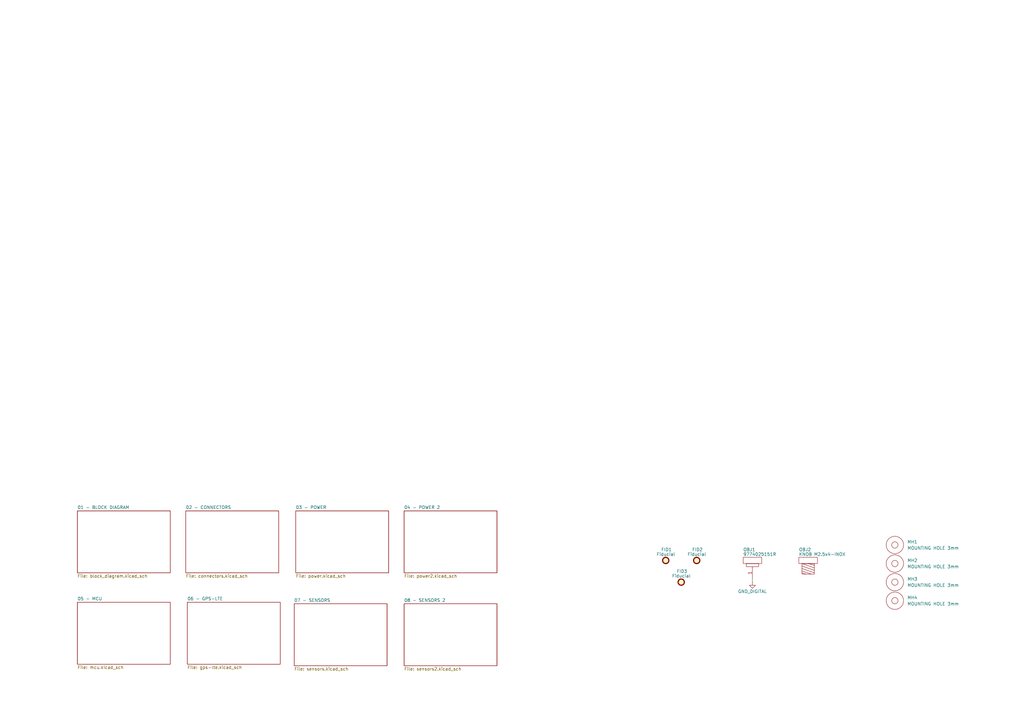
<source format=kicad_sch>
(kicad_sch
	(version 20250114)
	(generator "eeschema")
	(generator_version "9.0")
	(uuid "61eaccd5-5e97-4af5-a156-a1a800514f16")
	(paper "A3")
	(title_block
		(date "07-03-2025")
		(rev "1")
		(comment 1 "Flatburn_V4")
		(comment 2 "Luca Brighenti")
		(comment 3 "-")
		(comment 4 "MIT")
		(comment 5 "07-03-2025")
		(comment 6 "L.Brighenti")
	)
	(lib_symbols
		(symbol "Flatburn_V4_symbol_library:Fiducial"
			(exclude_from_sim yes)
			(in_bom no)
			(on_board yes)
			(property "Reference" "FID"
				(at 0 5.08 0)
				(effects
					(font
						(size 1.27 1.27)
					)
				)
			)
			(property "Value" "Fiducial"
				(at 0 3.175 0)
				(effects
					(font
						(size 1.27 1.27)
					)
				)
			)
			(property "Footprint" ""
				(at 0 0 0)
				(effects
					(font
						(size 1.27 1.27)
					)
					(hide yes)
				)
			)
			(property "Datasheet" "~"
				(at 0 0 0)
				(effects
					(font
						(size 1.27 1.27)
					)
					(hide yes)
				)
			)
			(property "Description" "Fiducial Marker"
				(at 0 0 0)
				(effects
					(font
						(size 1.27 1.27)
					)
					(hide yes)
				)
			)
			(property "ki_keywords" "fiducial marker"
				(at 0 0 0)
				(effects
					(font
						(size 1.27 1.27)
					)
					(hide yes)
				)
			)
			(property "ki_fp_filters" "Fiducial*"
				(at 0 0 0)
				(effects
					(font
						(size 1.27 1.27)
					)
					(hide yes)
				)
			)
			(symbol "Fiducial_0_1"
				(circle
					(center 0 0)
					(radius 1.27)
					(stroke
						(width 0.508)
						(type default)
					)
					(fill
						(type background)
					)
				)
			)
			(embedded_fonts no)
		)
		(symbol "Flatburn_V4_symbol_library:GND"
			(power)
			(pin_numbers
				(hide yes)
			)
			(pin_names
				(offset 0)
				(hide yes)
			)
			(exclude_from_sim no)
			(in_bom yes)
			(on_board yes)
			(property "Reference" "#PWR"
				(at 0 -6.35 0)
				(effects
					(font
						(size 1.27 1.27)
					)
					(hide yes)
				)
			)
			(property "Value" "GND"
				(at 0 -3.81 0)
				(effects
					(font
						(size 1.27 1.27)
					)
				)
			)
			(property "Footprint" ""
				(at 0 0 0)
				(effects
					(font
						(size 1.27 1.27)
					)
					(hide yes)
				)
			)
			(property "Datasheet" ""
				(at 0 0 0)
				(effects
					(font
						(size 1.27 1.27)
					)
					(hide yes)
				)
			)
			(property "Description" "Power symbol creates a global label with name \"GND\" , ground"
				(at 0 0 0)
				(effects
					(font
						(size 1.27 1.27)
					)
					(hide yes)
				)
			)
			(property "ki_keywords" "global power"
				(at 0 0 0)
				(effects
					(font
						(size 1.27 1.27)
					)
					(hide yes)
				)
			)
			(symbol "GND_0_1"
				(polyline
					(pts
						(xy 0 0) (xy 0 -1.27) (xy 1.27 -1.27) (xy 0 -2.54) (xy -1.27 -1.27) (xy 0 -1.27)
					)
					(stroke
						(width 0)
						(type default)
					)
					(fill
						(type none)
					)
				)
			)
			(symbol "GND_1_1"
				(pin power_in line
					(at 0 0 270)
					(length 0)
					(name "~"
						(effects
							(font
								(size 1.27 1.27)
							)
						)
					)
					(number "1"
						(effects
							(font
								(size 1.27 1.27)
							)
						)
					)
				)
			)
			(embedded_fonts no)
		)
		(symbol "Flatburn_V4_symbol_library:MOUNTING HOLE - M2.5 - 9774025151R_1"
			(pin_names
				(hide yes)
			)
			(exclude_from_sim no)
			(in_bom no)
			(on_board yes)
			(property "Reference" "MH"
				(at -3.302 6.858 0)
				(effects
					(font
						(size 1.27 1.27)
					)
					(justify left top)
				)
			)
			(property "Value" "MOUNTING HOLE 3mm"
				(at -3.302 5.08 0)
				(effects
					(font
						(size 1.27 1.27)
					)
					(justify left top)
				)
			)
			(property "Footprint" "FAE-MEC:MOUNTING HOLE 3mm"
				(at 21.59 -94.92 0)
				(effects
					(font
						(size 1.27 1.27)
					)
					(justify left top)
					(hide yes)
				)
			)
			(property "Datasheet" ""
				(at 21.59 -194.92 0)
				(effects
					(font
						(size 1.27 1.27)
					)
					(justify left top)
					(hide yes)
				)
			)
			(property "Description" ""
				(at 8.382 -53.594 0)
				(effects
					(font
						(size 1.27 1.27)
					)
					(hide yes)
				)
			)
			(property "Distributor" ""
				(at 0.254 -55.372 0)
				(effects
					(font
						(size 1.27 1.27)
					)
					(justify left top)
					(hide yes)
				)
			)
			(property "MPN" ""
				(at 21.59 -494.92 0)
				(effects
					(font
						(size 1.27 1.27)
					)
					(justify left top)
					(hide yes)
				)
			)
			(property "Pkg Type" "THT"
				(at 21.59 -594.92 0)
				(effects
					(font
						(size 1.27 1.27)
					)
					(justify left top)
					(hide yes)
				)
			)
			(property "Price Distributor Cad" ""
				(at 0.254 -14.986 0)
				(effects
					(font
						(size 1.27 1.27)
					)
					(hide yes)
				)
			)
			(property "Temp Range" ""
				(at -0.762 -16.764 0)
				(effects
					(font
						(size 1.27 1.27)
					)
					(hide yes)
				)
			)
			(property "Implementation" "FAE_LB"
				(at 0 -18.796 0)
				(effects
					(font
						(size 1.27 1.27)
					)
					(hide yes)
				)
			)
			(symbol "MOUNTING HOLE - M2.5 - 9774025151R_1_0_1"
				(circle
					(center 0 0)
					(radius 1.2952)
					(stroke
						(width 0)
						(type default)
					)
					(fill
						(type none)
					)
				)
				(circle
					(center 0 0)
					(radius 3.556)
					(stroke
						(width 0)
						(type default)
					)
					(fill
						(type none)
					)
				)
			)
			(embedded_fonts no)
		)
		(symbol "Flatburn_V4_symbol_library:SCREW - HEXAGON HEAD - M2.5X4 "
			(pin_names
				(hide yes)
			)
			(exclude_from_sim no)
			(in_bom yes)
			(on_board no)
			(property "Reference" "OBJ"
				(at -4.318 4.826 0)
				(effects
					(font
						(size 1.27 1.27)
					)
					(justify left top)
				)
			)
			(property "Value" "KNOB M2.5x4-INOX"
				(at -4.318 3.048 0)
				(effects
					(font
						(size 1.27 1.27)
					)
					(justify left top)
				)
			)
			(property "Footprint" ""
				(at 21.59 -94.92 0)
				(effects
					(font
						(size 1.27 1.27)
					)
					(justify left top)
					(hide yes)
				)
			)
			(property "Datasheet" ""
				(at 21.59 -194.92 0)
				(effects
					(font
						(size 1.27 1.27)
					)
					(justify left top)
					(hide yes)
				)
			)
			(property "Description" "Hexagon socket cylindrical head screw, Cl 12.9 DIN 912 UNI 5931, M2.54X4"
				(at 8.382 -53.594 0)
				(effects
					(font
						(size 1.27 1.27)
					)
					(hide yes)
				)
			)
			(property "Distributor" "FAE-048266"
				(at 0.254 -55.372 0)
				(effects
					(font
						(size 1.27 1.27)
					)
					(justify left top)
					(hide yes)
				)
			)
			(property "MPN" ""
				(at 21.59 -494.92 0)
				(effects
					(font
						(size 1.27 1.27)
					)
					(justify left top)
					(hide yes)
				)
			)
			(property "Pkg Type" "THT"
				(at 21.59 -594.92 0)
				(effects
					(font
						(size 1.27 1.27)
					)
					(justify left top)
					(hide yes)
				)
			)
			(property "Price Distributor Cad" "1,21"
				(at 0.254 -14.986 0)
				(effects
					(font
						(size 1.27 1.27)
					)
					(hide yes)
				)
			)
			(property "Temp Range" "-°..+°"
				(at -0.762 -16.764 0)
				(effects
					(font
						(size 1.27 1.27)
					)
					(hide yes)
				)
			)
			(property "Implementation" "FAE_LB"
				(at 0 -18.796 0)
				(effects
					(font
						(size 1.27 1.27)
					)
					(hide yes)
				)
			)
			(symbol "SCREW - HEXAGON HEAD - M2.5X4 _0_1"
				(rectangle
					(start -3.81 1.27)
					(end 3.81 -1.27)
					(stroke
						(width 0)
						(type default)
					)
					(fill
						(type none)
					)
				)
				(rectangle
					(start -2.54 -1.27)
					(end 2.54 -5.588)
					(stroke
						(width 0)
						(type default)
					)
					(fill
						(type none)
					)
				)
				(polyline
					(pts
						(xy -1.016 -5.588) (xy -2.54 -5.08)
					)
					(stroke
						(width 0)
						(type default)
					)
					(fill
						(type none)
					)
				)
				(polyline
					(pts
						(xy 1.27 -5.588) (xy -2.54 -4.318)
					)
					(stroke
						(width 0)
						(type default)
					)
					(fill
						(type none)
					)
				)
				(polyline
					(pts
						(xy 2.54 -2.032) (xy 0 -1.27)
					)
					(stroke
						(width 0)
						(type default)
					)
					(fill
						(type none)
					)
				)
				(polyline
					(pts
						(xy 2.54 -3.048) (xy -2.54 -1.27)
					)
					(stroke
						(width 0)
						(type default)
					)
					(fill
						(type none)
					)
				)
				(polyline
					(pts
						(xy 2.54 -4.064) (xy -2.54 -2.286)
					)
					(stroke
						(width 0)
						(type default)
					)
					(fill
						(type none)
					)
				)
				(polyline
					(pts
						(xy 2.54 -5.08) (xy -2.54 -3.302)
					)
					(stroke
						(width 0)
						(type default)
					)
					(fill
						(type none)
					)
				)
			)
			(embedded_fonts no)
		)
		(symbol "Flatburn_V4_symbol_library:SPACER - M2.5 - 9774025151R"
			(pin_names
				(hide yes)
			)
			(exclude_from_sim no)
			(in_bom yes)
			(on_board yes)
			(property "Reference" "OBJ"
				(at -4.318 4.826 0)
				(effects
					(font
						(size 1.27 1.27)
					)
					(justify left top)
				)
			)
			(property "Value" "9774025151R"
				(at -4.318 3.048 0)
				(effects
					(font
						(size 1.27 1.27)
					)
					(justify left top)
				)
			)
			(property "Footprint" "FAE-MEC:SPACER M2.5 - 9774025151R"
				(at 21.59 -94.92 0)
				(effects
					(font
						(size 1.27 1.27)
					)
					(justify left top)
					(hide yes)
				)
			)
			(property "Datasheet" ""
				(at 21.59 -194.92 0)
				(effects
					(font
						(size 1.27 1.27)
					)
					(justify left top)
					(hide yes)
				)
			)
			(property "Description" "STEEL SPACER 5.1X2.5mm, M2.5, W.E."
				(at 8.382 -53.594 0)
				(effects
					(font
						(size 1.27 1.27)
					)
					(hide yes)
				)
			)
			(property "Distributor" "FAE-044635"
				(at 0.254 -55.372 0)
				(effects
					(font
						(size 1.27 1.27)
					)
					(justify left top)
					(hide yes)
				)
			)
			(property "MPN" "9774025151R"
				(at 21.59 -494.92 0)
				(effects
					(font
						(size 1.27 1.27)
					)
					(justify left top)
					(hide yes)
				)
			)
			(property "Pkg Type" "THT"
				(at 21.59 -594.92 0)
				(effects
					(font
						(size 1.27 1.27)
					)
					(justify left top)
					(hide yes)
				)
			)
			(property "Price Distributor Cad" "1,21"
				(at 0.254 -14.986 0)
				(effects
					(font
						(size 1.27 1.27)
					)
					(hide yes)
				)
			)
			(property "Temp Range" "-°..+°"
				(at -0.762 -16.764 0)
				(effects
					(font
						(size 1.27 1.27)
					)
					(hide yes)
				)
			)
			(property "Implementation" "FAE_LB"
				(at 0 -18.796 0)
				(effects
					(font
						(size 1.27 1.27)
					)
					(hide yes)
				)
			)
			(symbol "SPACER - M2.5 - 9774025151R_0_1"
				(rectangle
					(start -3.81 1.27)
					(end 3.81 -1.27)
					(stroke
						(width 0)
						(type default)
					)
					(fill
						(type none)
					)
				)
				(rectangle
					(start -2.54 -1.27)
					(end 2.54 -2.54)
					(stroke
						(width 0)
						(type default)
					)
					(fill
						(type none)
					)
				)
			)
			(symbol "SPACER - M2.5 - 9774025151R_1_1"
				(pin passive line
					(at 0 -7.62 90)
					(length 5.08)
					(name ""
						(effects
							(font
								(size 1.27 1.27)
							)
						)
					)
					(number "1"
						(effects
							(font
								(size 1.27 1.27)
							)
						)
					)
				)
			)
			(embedded_fonts no)
		)
	)
	(wire
		(pts
			(xy 308.61 238.76) (xy 308.61 237.49)
		)
		(stroke
			(width 0)
			(type default)
		)
		(uuid "c6659e91-855d-49d8-bf78-c348195bd369")
	)
	(symbol
		(lib_id "Flatburn_V4_symbol_library:MOUNTING HOLE - M2.5 - 9774025151R_1")
		(at 367.03 231.14 0)
		(unit 1)
		(exclude_from_sim no)
		(in_bom no)
		(on_board yes)
		(dnp no)
		(fields_autoplaced yes)
		(uuid "264e67d2-003f-42ea-a80b-9e71a9fb94ce")
		(property "Reference" "MH2"
			(at 372.11 229.8699 0)
			(effects
				(font
					(size 1.27 1.27)
				)
				(justify left)
			)
		)
		(property "Value" "MOUNTING HOLE 3mm"
			(at 372.11 232.4099 0)
			(effects
				(font
					(size 1.27 1.27)
				)
				(justify left)
			)
		)
		(property "Footprint" "FAE-MEC:MOUNTING HOLE 3mm"
			(at 388.62 326.06 0)
			(effects
				(font
					(size 1.27 1.27)
				)
				(justify left top)
				(hide yes)
			)
		)
		(property "Datasheet" ""
			(at 388.62 426.06 0)
			(effects
				(font
					(size 1.27 1.27)
				)
				(justify left top)
				(hide yes)
			)
		)
		(property "Description" ""
			(at 375.412 284.734 0)
			(effects
				(font
					(size 1.27 1.27)
				)
				(hide yes)
			)
		)
		(property "Distributor" ""
			(at 367.284 286.512 0)
			(effects
				(font
					(size 1.27 1.27)
				)
				(justify left top)
				(hide yes)
			)
		)
		(property "MPN" ""
			(at 388.62 726.06 0)
			(effects
				(font
					(size 1.27 1.27)
				)
				(justify left top)
				(hide yes)
			)
		)
		(property "Pkg Type" "THT"
			(at 388.62 826.06 0)
			(effects
				(font
					(size 1.27 1.27)
				)
				(justify left top)
				(hide yes)
			)
		)
		(property "Price Distributor Cad" ""
			(at 367.284 246.126 0)
			(effects
				(font
					(size 1.27 1.27)
				)
				(hide yes)
			)
		)
		(property "Temp Range" ""
			(at 366.268 247.904 0)
			(effects
				(font
					(size 1.27 1.27)
				)
				(hide yes)
			)
		)
		(property "Implementation" "FAE_LB"
			(at 367.03 249.936 0)
			(effects
				(font
					(size 1.27 1.27)
				)
				(hide yes)
			)
		)
		(instances
			(project "Flatburn_V4"
				(path "/61eaccd5-5e97-4af5-a156-a1a800514f16"
					(reference "MH2")
					(unit 1)
				)
			)
		)
	)
	(symbol
		(lib_id "Flatburn_V4_symbol_library:SPACER - M2.5 - 9774025151R")
		(at 308.61 229.87 0)
		(unit 1)
		(exclude_from_sim no)
		(in_bom yes)
		(on_board yes)
		(dnp no)
		(uuid "32e20ede-05a0-4d83-88f3-6435d5e1d3b1")
		(property "Reference" "OBJ1"
			(at 304.8 225.425 0)
			(effects
				(font
					(size 1.27 1.27)
				)
				(justify left)
			)
		)
		(property "Value" "9774025151R"
			(at 304.8 227.33 0)
			(effects
				(font
					(size 1.27 1.27)
				)
				(justify left)
			)
		)
		(property "Footprint" "FAE-MEC:SPACER M2.5 - 9774025151R"
			(at 330.2 324.79 0)
			(effects
				(font
					(size 1.27 1.27)
				)
				(justify left top)
				(hide yes)
			)
		)
		(property "Datasheet" ""
			(at 330.2 424.79 0)
			(effects
				(font
					(size 1.27 1.27)
				)
				(justify left top)
				(hide yes)
			)
		)
		(property "Description" "STEEL SPACER 5.1X2.5mm, M2.5, W.E."
			(at 316.992 283.464 0)
			(effects
				(font
					(size 1.27 1.27)
				)
				(hide yes)
			)
		)
		(property "Distributor" "FAE-044635"
			(at 308.864 285.242 0)
			(effects
				(font
					(size 1.27 1.27)
				)
				(justify left top)
				(hide yes)
			)
		)
		(property "MPN" "9774025151R"
			(at 330.2 724.79 0)
			(effects
				(font
					(size 1.27 1.27)
				)
				(justify left top)
				(hide yes)
			)
		)
		(property "Pkg Type" "THT"
			(at 330.2 824.79 0)
			(effects
				(font
					(size 1.27 1.27)
				)
				(justify left top)
				(hide yes)
			)
		)
		(property "Price Distributor Cad" "1,21"
			(at 308.864 244.856 0)
			(effects
				(font
					(size 1.27 1.27)
				)
				(hide yes)
			)
		)
		(property "Temp Range" "-°..+°"
			(at 307.848 246.634 0)
			(effects
				(font
					(size 1.27 1.27)
				)
				(hide yes)
			)
		)
		(property "Implementation" "FAE_LB"
			(at 308.61 248.666 0)
			(effects
				(font
					(size 1.27 1.27)
				)
				(hide yes)
			)
		)
		(pin "1"
			(uuid "3643b84b-e4b1-432e-8e2d-2844fd7eac64")
		)
		(instances
			(project ""
				(path "/61eaccd5-5e97-4af5-a156-a1a800514f16"
					(reference "OBJ1")
					(unit 1)
				)
			)
		)
	)
	(symbol
		(lib_id "Flatburn_V4_symbol_library:SCREW - HEXAGON HEAD - M2.5X4 ")
		(at 331.47 229.87 0)
		(unit 1)
		(exclude_from_sim no)
		(in_bom yes)
		(on_board no)
		(dnp no)
		(uuid "44e2747e-7431-49e3-b891-94f04268b43b")
		(property "Reference" "OBJ2"
			(at 327.66 225.425 0)
			(effects
				(font
					(size 1.27 1.27)
				)
				(justify left)
			)
		)
		(property "Value" "KNOB M2.5x4-INOX"
			(at 327.66 227.33 0)
			(effects
				(font
					(size 1.27 1.27)
				)
				(justify left)
			)
		)
		(property "Footprint" ""
			(at 353.06 324.79 0)
			(effects
				(font
					(size 1.27 1.27)
				)
				(justify left top)
				(hide yes)
			)
		)
		(property "Datasheet" ""
			(at 353.06 424.79 0)
			(effects
				(font
					(size 1.27 1.27)
				)
				(justify left top)
				(hide yes)
			)
		)
		(property "Description" "Hexagon socket cylindrical head screw, Cl 12.9 DIN 912 UNI 5931, M2.54X4"
			(at 339.852 283.464 0)
			(effects
				(font
					(size 1.27 1.27)
				)
				(hide yes)
			)
		)
		(property "Distributor" "FAE-048266"
			(at 331.724 285.242 0)
			(effects
				(font
					(size 1.27 1.27)
				)
				(justify left top)
				(hide yes)
			)
		)
		(property "MPN" ""
			(at 353.06 724.79 0)
			(effects
				(font
					(size 1.27 1.27)
				)
				(justify left top)
				(hide yes)
			)
		)
		(property "Pkg Type" "THT"
			(at 353.06 824.79 0)
			(effects
				(font
					(size 1.27 1.27)
				)
				(justify left top)
				(hide yes)
			)
		)
		(property "Price Distributor Cad" "1,21"
			(at 331.724 244.856 0)
			(effects
				(font
					(size 1.27 1.27)
				)
				(hide yes)
			)
		)
		(property "Temp Range" "-°..+°"
			(at 330.708 246.634 0)
			(effects
				(font
					(size 1.27 1.27)
				)
				(hide yes)
			)
		)
		(property "Implementation" "FAE_LB"
			(at 331.47 248.666 0)
			(effects
				(font
					(size 1.27 1.27)
				)
				(hide yes)
			)
		)
		(instances
			(project ""
				(path "/61eaccd5-5e97-4af5-a156-a1a800514f16"
					(reference "OBJ2")
					(unit 1)
				)
			)
		)
	)
	(symbol
		(lib_id "Flatburn_V4_symbol_library:Fiducial")
		(at 279.4 238.76 0)
		(unit 1)
		(exclude_from_sim yes)
		(in_bom no)
		(on_board yes)
		(dnp no)
		(uuid "616ab962-e743-4603-a069-2f57537c54c0")
		(property "Reference" "FID3"
			(at 277.495 234.315 0)
			(effects
				(font
					(size 1.27 1.27)
				)
				(justify left)
			)
		)
		(property "Value" "Fiducial"
			(at 275.59 236.22 0)
			(effects
				(font
					(size 1.27 1.27)
				)
				(justify left)
			)
		)
		(property "Footprint" "Fiducial:Fiducial_1mm_Mask3mm"
			(at 279.4 238.76 0)
			(effects
				(font
					(size 1.27 1.27)
				)
				(hide yes)
			)
		)
		(property "Datasheet" "~"
			(at 279.4 238.76 0)
			(effects
				(font
					(size 1.27 1.27)
				)
				(hide yes)
			)
		)
		(property "Description" "Fiducial Marker"
			(at 279.4 238.76 0)
			(effects
				(font
					(size 1.27 1.27)
				)
				(hide yes)
			)
		)
		(instances
			(project "Flatburn_V4"
				(path "/61eaccd5-5e97-4af5-a156-a1a800514f16"
					(reference "FID3")
					(unit 1)
				)
			)
		)
	)
	(symbol
		(lib_id "Flatburn_V4_symbol_library:Fiducial")
		(at 285.75 229.87 0)
		(unit 1)
		(exclude_from_sim yes)
		(in_bom no)
		(on_board yes)
		(dnp no)
		(uuid "6a913318-113d-4dbf-9f98-d656a33f9133")
		(property "Reference" "FID2"
			(at 283.845 225.425 0)
			(effects
				(font
					(size 1.27 1.27)
				)
				(justify left)
			)
		)
		(property "Value" "Fiducial"
			(at 281.94 227.33 0)
			(effects
				(font
					(size 1.27 1.27)
				)
				(justify left)
			)
		)
		(property "Footprint" "Fiducial:Fiducial_1mm_Mask3mm"
			(at 285.75 229.87 0)
			(effects
				(font
					(size 1.27 1.27)
				)
				(hide yes)
			)
		)
		(property "Datasheet" "~"
			(at 285.75 229.87 0)
			(effects
				(font
					(size 1.27 1.27)
				)
				(hide yes)
			)
		)
		(property "Description" "Fiducial Marker"
			(at 285.75 229.87 0)
			(effects
				(font
					(size 1.27 1.27)
				)
				(hide yes)
			)
		)
		(instances
			(project "Flatburn_V4"
				(path "/61eaccd5-5e97-4af5-a156-a1a800514f16"
					(reference "FID2")
					(unit 1)
				)
			)
		)
	)
	(symbol
		(lib_id "Flatburn_V4_symbol_library:MOUNTING HOLE - M2.5 - 9774025151R_1")
		(at 367.03 223.52 0)
		(unit 1)
		(exclude_from_sim no)
		(in_bom no)
		(on_board yes)
		(dnp no)
		(uuid "a0424cec-adb0-4d37-b314-1b3ce4903197")
		(property "Reference" "MH1"
			(at 372.11 222.2499 0)
			(effects
				(font
					(size 1.27 1.27)
				)
				(justify left)
			)
		)
		(property "Value" "MOUNTING HOLE 3mm"
			(at 372.11 224.7899 0)
			(effects
				(font
					(size 1.27 1.27)
				)
				(justify left)
			)
		)
		(property "Footprint" "FAE-MEC:MOUNTING HOLE 3mm"
			(at 388.62 318.44 0)
			(effects
				(font
					(size 1.27 1.27)
				)
				(justify left top)
				(hide yes)
			)
		)
		(property "Datasheet" ""
			(at 388.62 418.44 0)
			(effects
				(font
					(size 1.27 1.27)
				)
				(justify left top)
				(hide yes)
			)
		)
		(property "Description" ""
			(at 375.412 277.114 0)
			(effects
				(font
					(size 1.27 1.27)
				)
				(hide yes)
			)
		)
		(property "Distributor" ""
			(at 367.284 278.892 0)
			(effects
				(font
					(size 1.27 1.27)
				)
				(justify left top)
				(hide yes)
			)
		)
		(property "MPN" ""
			(at 388.62 718.44 0)
			(effects
				(font
					(size 1.27 1.27)
				)
				(justify left top)
				(hide yes)
			)
		)
		(property "Pkg Type" "THT"
			(at 388.62 818.44 0)
			(effects
				(font
					(size 1.27 1.27)
				)
				(justify left top)
				(hide yes)
			)
		)
		(property "Price Distributor Cad" ""
			(at 367.284 238.506 0)
			(effects
				(font
					(size 1.27 1.27)
				)
				(hide yes)
			)
		)
		(property "Temp Range" ""
			(at 366.268 240.284 0)
			(effects
				(font
					(size 1.27 1.27)
				)
				(hide yes)
			)
		)
		(property "Implementation" "FAE_LB"
			(at 367.03 242.316 0)
			(effects
				(font
					(size 1.27 1.27)
				)
				(hide yes)
			)
		)
		(instances
			(project ""
				(path "/61eaccd5-5e97-4af5-a156-a1a800514f16"
					(reference "MH1")
					(unit 1)
				)
			)
		)
	)
	(symbol
		(lib_id "Flatburn_V4_symbol_library:MOUNTING HOLE - M2.5 - 9774025151R_1")
		(at 367.03 246.38 0)
		(unit 1)
		(exclude_from_sim no)
		(in_bom no)
		(on_board yes)
		(dnp no)
		(fields_autoplaced yes)
		(uuid "b4fb1a3e-19b8-4723-9d45-3ed588113ec8")
		(property "Reference" "MH4"
			(at 372.11 245.1099 0)
			(effects
				(font
					(size 1.27 1.27)
				)
				(justify left)
			)
		)
		(property "Value" "MOUNTING HOLE 3mm"
			(at 372.11 247.6499 0)
			(effects
				(font
					(size 1.27 1.27)
				)
				(justify left)
			)
		)
		(property "Footprint" "FAE-MEC:MOUNTING HOLE 3mm"
			(at 388.62 341.3 0)
			(effects
				(font
					(size 1.27 1.27)
				)
				(justify left top)
				(hide yes)
			)
		)
		(property "Datasheet" ""
			(at 388.62 441.3 0)
			(effects
				(font
					(size 1.27 1.27)
				)
				(justify left top)
				(hide yes)
			)
		)
		(property "Description" ""
			(at 375.412 299.974 0)
			(effects
				(font
					(size 1.27 1.27)
				)
				(hide yes)
			)
		)
		(property "Distributor" ""
			(at 367.284 301.752 0)
			(effects
				(font
					(size 1.27 1.27)
				)
				(justify left top)
				(hide yes)
			)
		)
		(property "MPN" ""
			(at 388.62 741.3 0)
			(effects
				(font
					(size 1.27 1.27)
				)
				(justify left top)
				(hide yes)
			)
		)
		(property "Pkg Type" "THT"
			(at 388.62 841.3 0)
			(effects
				(font
					(size 1.27 1.27)
				)
				(justify left top)
				(hide yes)
			)
		)
		(property "Price Distributor Cad" ""
			(at 367.284 261.366 0)
			(effects
				(font
					(size 1.27 1.27)
				)
				(hide yes)
			)
		)
		(property "Temp Range" ""
			(at 366.268 263.144 0)
			(effects
				(font
					(size 1.27 1.27)
				)
				(hide yes)
			)
		)
		(property "Implementation" "FAE_LB"
			(at 367.03 265.176 0)
			(effects
				(font
					(size 1.27 1.27)
				)
				(hide yes)
			)
		)
		(instances
			(project "Flatburn_V4"
				(path "/61eaccd5-5e97-4af5-a156-a1a800514f16"
					(reference "MH4")
					(unit 1)
				)
			)
		)
	)
	(symbol
		(lib_id "Flatburn_V4_symbol_library:GND")
		(at 308.61 238.76 0)
		(unit 1)
		(exclude_from_sim no)
		(in_bom yes)
		(on_board yes)
		(dnp no)
		(uuid "b4fb3e48-52d9-4b33-893c-8bd33509f4a1")
		(property "Reference" "#PWR01"
			(at 308.61 245.11 0)
			(effects
				(font
					(size 1.27 1.27)
				)
				(hide yes)
			)
		)
		(property "Value" "GND_DIGITAL"
			(at 308.61 242.57 0)
			(effects
				(font
					(size 1.27 1.27)
				)
			)
		)
		(property "Footprint" ""
			(at 308.61 238.76 0)
			(effects
				(font
					(size 1.27 1.27)
				)
				(hide yes)
			)
		)
		(property "Datasheet" ""
			(at 308.61 238.76 0)
			(effects
				(font
					(size 1.27 1.27)
				)
				(hide yes)
			)
		)
		(property "Description" "Power symbol creates a global label with name \"GND\" , ground"
			(at 308.61 238.76 0)
			(effects
				(font
					(size 1.27 1.27)
				)
				(hide yes)
			)
		)
		(pin "1"
			(uuid "765713ec-65c0-4d07-bb3c-142414116947")
		)
		(instances
			(project "Flatburn_V4"
				(path "/61eaccd5-5e97-4af5-a156-a1a800514f16"
					(reference "#PWR01")
					(unit 1)
				)
			)
		)
	)
	(symbol
		(lib_id "Flatburn_V4_symbol_library:Fiducial")
		(at 273.05 229.87 0)
		(unit 1)
		(exclude_from_sim yes)
		(in_bom no)
		(on_board yes)
		(dnp no)
		(uuid "e506baf3-018d-4231-8260-eba203d2c752")
		(property "Reference" "FID1"
			(at 271.145 225.425 0)
			(effects
				(font
					(size 1.27 1.27)
				)
				(justify left)
			)
		)
		(property "Value" "Fiducial"
			(at 269.24 227.33 0)
			(effects
				(font
					(size 1.27 1.27)
				)
				(justify left)
			)
		)
		(property "Footprint" "Fiducial:Fiducial_1mm_Mask3mm"
			(at 273.05 229.87 0)
			(effects
				(font
					(size 1.27 1.27)
				)
				(hide yes)
			)
		)
		(property "Datasheet" "~"
			(at 273.05 229.87 0)
			(effects
				(font
					(size 1.27 1.27)
				)
				(hide yes)
			)
		)
		(property "Description" "Fiducial Marker"
			(at 273.05 229.87 0)
			(effects
				(font
					(size 1.27 1.27)
				)
				(hide yes)
			)
		)
		(instances
			(project ""
				(path "/61eaccd5-5e97-4af5-a156-a1a800514f16"
					(reference "FID1")
					(unit 1)
				)
			)
		)
	)
	(symbol
		(lib_id "Flatburn_V4_symbol_library:MOUNTING HOLE - M2.5 - 9774025151R_1")
		(at 367.03 238.76 0)
		(unit 1)
		(exclude_from_sim no)
		(in_bom no)
		(on_board yes)
		(dnp no)
		(fields_autoplaced yes)
		(uuid "ecf3d943-7132-4ee7-8c47-da1997a50b5d")
		(property "Reference" "MH3"
			(at 372.11 237.4899 0)
			(effects
				(font
					(size 1.27 1.27)
				)
				(justify left)
			)
		)
		(property "Value" "MOUNTING HOLE 3mm"
			(at 372.11 240.0299 0)
			(effects
				(font
					(size 1.27 1.27)
				)
				(justify left)
			)
		)
		(property "Footprint" "FAE-MEC:MOUNTING HOLE 3mm"
			(at 388.62 333.68 0)
			(effects
				(font
					(size 1.27 1.27)
				)
				(justify left top)
				(hide yes)
			)
		)
		(property "Datasheet" ""
			(at 388.62 433.68 0)
			(effects
				(font
					(size 1.27 1.27)
				)
				(justify left top)
				(hide yes)
			)
		)
		(property "Description" ""
			(at 375.412 292.354 0)
			(effects
				(font
					(size 1.27 1.27)
				)
				(hide yes)
			)
		)
		(property "Distributor" ""
			(at 367.284 294.132 0)
			(effects
				(font
					(size 1.27 1.27)
				)
				(justify left top)
				(hide yes)
			)
		)
		(property "MPN" ""
			(at 388.62 733.68 0)
			(effects
				(font
					(size 1.27 1.27)
				)
				(justify left top)
				(hide yes)
			)
		)
		(property "Pkg Type" "THT"
			(at 388.62 833.68 0)
			(effects
				(font
					(size 1.27 1.27)
				)
				(justify left top)
				(hide yes)
			)
		)
		(property "Price Distributor Cad" ""
			(at 367.284 253.746 0)
			(effects
				(font
					(size 1.27 1.27)
				)
				(hide yes)
			)
		)
		(property "Temp Range" ""
			(at 366.268 255.524 0)
			(effects
				(font
					(size 1.27 1.27)
				)
				(hide yes)
			)
		)
		(property "Implementation" "FAE_LB"
			(at 367.03 257.556 0)
			(effects
				(font
					(size 1.27 1.27)
				)
				(hide yes)
			)
		)
		(instances
			(project "Flatburn_V4"
				(path "/61eaccd5-5e97-4af5-a156-a1a800514f16"
					(reference "MH3")
					(unit 1)
				)
			)
		)
	)
	(sheet
		(at 165.735 209.55)
		(size 38.1 25.4)
		(exclude_from_sim no)
		(in_bom yes)
		(on_board yes)
		(dnp no)
		(fields_autoplaced yes)
		(stroke
			(width 0.1524)
			(type solid)
		)
		(fill
			(color 0 0 0 0.0000)
		)
		(uuid "2bb3e34c-d618-464d-b52a-9975bf5e3f48")
		(property "Sheetname" "04 - POWER 2"
			(at 165.735 208.8384 0)
			(effects
				(font
					(size 1.27 1.27)
				)
				(justify left bottom)
			)
		)
		(property "Sheetfile" "power2.kicad_sch"
			(at 165.735 235.5346 0)
			(effects
				(font
					(size 1.27 1.27)
				)
				(justify left top)
			)
		)
		(instances
			(project "Flatburn_V4"
				(path "/61eaccd5-5e97-4af5-a156-a1a800514f16"
					(page "5")
				)
			)
		)
	)
	(sheet
		(at 76.2 209.55)
		(size 38.1 25.4)
		(exclude_from_sim no)
		(in_bom yes)
		(on_board yes)
		(dnp no)
		(fields_autoplaced yes)
		(stroke
			(width 0.1524)
			(type solid)
		)
		(fill
			(color 0 0 0 0.0000)
		)
		(uuid "57980605-625e-4fa2-91fa-b98e29b08834")
		(property "Sheetname" "02 - CONNECTORS"
			(at 76.2 208.8384 0)
			(effects
				(font
					(size 1.27 1.27)
				)
				(justify left bottom)
			)
		)
		(property "Sheetfile" "connectors.kicad_sch"
			(at 76.2 235.5346 0)
			(effects
				(font
					(size 1.27 1.27)
				)
				(justify left top)
			)
		)
		(instances
			(project "Flatburn_V4"
				(path "/61eaccd5-5e97-4af5-a156-a1a800514f16"
					(page "3")
				)
			)
		)
	)
	(sheet
		(at 31.75 209.55)
		(size 38.1 25.4)
		(exclude_from_sim no)
		(in_bom yes)
		(on_board yes)
		(dnp no)
		(fields_autoplaced yes)
		(stroke
			(width 0.1524)
			(type solid)
		)
		(fill
			(color 0 0 0 0.0000)
		)
		(uuid "79bf93ef-d45a-4332-901a-4bdeb74b2271")
		(property "Sheetname" "01 - BLOCK DIAGRAM"
			(at 31.75 208.8384 0)
			(effects
				(font
					(size 1.27 1.27)
				)
				(justify left bottom)
			)
		)
		(property "Sheetfile" "block_diagram.kicad_sch"
			(at 31.75 235.5346 0)
			(effects
				(font
					(size 1.27 1.27)
				)
				(justify left top)
			)
		)
		(instances
			(project "Flatburn_V4"
				(path "/61eaccd5-5e97-4af5-a156-a1a800514f16"
					(page "2")
				)
			)
		)
	)
	(sheet
		(at 165.735 247.65)
		(size 38.1 25.4)
		(exclude_from_sim no)
		(in_bom yes)
		(on_board yes)
		(dnp no)
		(fields_autoplaced yes)
		(stroke
			(width 0.1524)
			(type solid)
		)
		(fill
			(color 0 0 0 0.0000)
		)
		(uuid "7a3367b1-2061-4d18-a36b-d1033bc5cd90")
		(property "Sheetname" "08 - SENSORS 2"
			(at 165.735 246.9384 0)
			(effects
				(font
					(size 1.27 1.27)
				)
				(justify left bottom)
			)
		)
		(property "Sheetfile" "sensors2.kicad_sch"
			(at 165.735 273.6346 0)
			(effects
				(font
					(size 1.27 1.27)
				)
				(justify left top)
			)
		)
		(instances
			(project "Flatburn_V4"
				(path "/61eaccd5-5e97-4af5-a156-a1a800514f16"
					(page "9")
				)
			)
		)
	)
	(sheet
		(at 120.65 247.65)
		(size 38.1 25.4)
		(exclude_from_sim no)
		(in_bom yes)
		(on_board yes)
		(dnp no)
		(fields_autoplaced yes)
		(stroke
			(width 0.1524)
			(type solid)
		)
		(fill
			(color 0 0 0 0.0000)
		)
		(uuid "81fdb441-cf60-4dd3-8dec-a20a36b97741")
		(property "Sheetname" "07 - SENSORS"
			(at 120.65 246.9384 0)
			(effects
				(font
					(size 1.27 1.27)
				)
				(justify left bottom)
			)
		)
		(property "Sheetfile" "sensors.kicad_sch"
			(at 120.65 273.6346 0)
			(effects
				(font
					(size 1.27 1.27)
				)
				(justify left top)
			)
		)
		(instances
			(project "Flatburn_V4"
				(path "/61eaccd5-5e97-4af5-a156-a1a800514f16"
					(page "8")
				)
			)
		)
	)
	(sheet
		(at 31.75 247.015)
		(size 38.1 25.4)
		(exclude_from_sim no)
		(in_bom yes)
		(on_board yes)
		(dnp no)
		(fields_autoplaced yes)
		(stroke
			(width 0.1524)
			(type solid)
		)
		(fill
			(color 0 0 0 0.0000)
		)
		(uuid "c3c1f8cd-026d-4a73-bbf5-f335e418869b")
		(property "Sheetname" "05 - MCU"
			(at 31.75 246.3034 0)
			(effects
				(font
					(size 1.27 1.27)
				)
				(justify left bottom)
			)
		)
		(property "Sheetfile" "mcu.kicad_sch"
			(at 31.75 272.9996 0)
			(effects
				(font
					(size 1.27 1.27)
				)
				(justify left top)
			)
		)
		(instances
			(project "Flatburn_V4"
				(path "/61eaccd5-5e97-4af5-a156-a1a800514f16"
					(page "6")
				)
			)
		)
	)
	(sheet
		(at 76.835 247.015)
		(size 38.1 25.4)
		(exclude_from_sim no)
		(in_bom yes)
		(on_board yes)
		(dnp no)
		(fields_autoplaced yes)
		(stroke
			(width 0.1524)
			(type solid)
		)
		(fill
			(color 0 0 0 0.0000)
		)
		(uuid "cc782f2d-040f-49a1-9c43-20c46aa96e59")
		(property "Sheetname" "06 - GPS-LTE"
			(at 76.835 246.3034 0)
			(effects
				(font
					(size 1.27 1.27)
				)
				(justify left bottom)
			)
		)
		(property "Sheetfile" "gps-lte.kicad_sch"
			(at 76.835 272.9996 0)
			(effects
				(font
					(size 1.27 1.27)
				)
				(justify left top)
			)
		)
		(instances
			(project "Flatburn_V4"
				(path "/61eaccd5-5e97-4af5-a156-a1a800514f16"
					(page "7")
				)
			)
		)
	)
	(sheet
		(at 121.285 209.55)
		(size 38.1 25.4)
		(exclude_from_sim no)
		(in_bom yes)
		(on_board yes)
		(dnp no)
		(fields_autoplaced yes)
		(stroke
			(width 0.1524)
			(type solid)
		)
		(fill
			(color 0 0 0 0.0000)
		)
		(uuid "f102fe97-9d0b-4dc1-b22f-a5783a1e0928")
		(property "Sheetname" "03 - POWER"
			(at 121.285 208.8384 0)
			(effects
				(font
					(size 1.27 1.27)
				)
				(justify left bottom)
			)
		)
		(property "Sheetfile" "power.kicad_sch"
			(at 121.285 235.5346 0)
			(effects
				(font
					(size 1.27 1.27)
				)
				(justify left top)
			)
		)
		(instances
			(project "Flatburn_V4"
				(path "/61eaccd5-5e97-4af5-a156-a1a800514f16"
					(page "4")
				)
			)
		)
	)
	(sheet_instances
		(path "/"
			(page "1")
		)
	)
	(embedded_fonts no)
	(embedded_files
		(file
			(name "Standard_Fae.kicad_wks")
			(type worksheet)
			(data |KLUv/WCyxcWjA96XyPsZH8AqEAk+iLL72xYv/9vu54PW84+qoboTLIugNAcA5wEEGuYZ5Bkfm8us
				nbDjOFA0y8ANmoFC+Bhjww/LIjLMfFMjcMrvJ0TAirS/GDhMJjSUk37AFtSAPo6cfpiCqF670DLM
				ibhQaT+endYb6H0RjqWk+BW3iI/RrjIJAdJEpJdcUmami3HTd9Gpzx61Xr7VXJkBx8zoi3CUFHUa
				0dlC6kvOSFFRo9gLG2aNAEvMp+j/RKdaxX5CtmcGrg8D44wJoT91I2dniB5MQITY52XELr8oXJIq
				fN9Prh5LpplVaPD7tHZLqr/VmZSHZHKTraKl40fqOCmrh/0vZvn6Y7JgN1nj9kBFqsdDMrTUaYeE
				qO9VyCdOM38lRPl2WM91vUW86V/33Ukudr/RZGPo8e63DSWhBxua+u+8+S/tQ2k9nT6GPt+2lViZ
				XF6PDXYPnAkfBQ5yVuFm9nmVWb+y5Sr7cFLkhG8xn3QFUVKGIVHcQDTqVVC8BPmm1qQq/YXsoAZx
				SvCBRHVLf4bSdeJEhWRNv4pWToamWDopn67UFVU/36W6Y2VJXQpFvtfyjDIWp80XMpaneDeQ2+7f
				2tII6rRNjoKEMo71VtkEI+vzVi/6DNrJz5bjRR5SwNVbahMyNmJehN1sVsWkR7s+4cNWaxI6svkw
				58ihy6ZUWKnoDhh0MPeCPW5Od9fK9ESeX5rz/dj/QCXbuvSo1UddFsbLKz6ka2pSN0VZyRS7aC79
				ZJw2x3wUxZCVKfHhlJEPXN3LjlSHHitQLzVz7G4nPLIGarmLjB7oI75DZH9qXqTMT8ccxMDuudbi
				lwP+EMpaGinGKe5Rkoig570fnctExSrWNMWelBLzHI1pOeKzRSmpRbyt3Xb/vBUjTQ+m9jSLDc/w
				5k/uv3pM4OhUORCdV13jGcKmhWYo90YXxqmZWd0wp4F4XPQGanYfHGSUzFRqqqN3BzuAguETAwXi
				SNmFnJYaMzZ7pAPoFJbLwQ1PFti9SA5YhaFqfh0+vHAcQv+uNlOUqU+0i8UMh18LGIniZgI1/LeL
				nWMghLKHZ6SuBeVqBdWlXHCMislFA85FGpkT4mSKLJ7939pvd554jQMZIsG9ykcJb2OebUi8XX3W
				/azsprcaeyv6uU3ezksVYmV9SKN9NvJZ2kuwWu1ZUp+aw+Oq+04FK3RHYBRzVi28mWpgHrYV2sm+
				5Hq0/MOSJNqU/J36rRDyNlmWyNTvgK9LihmP3VYjZdb9+/ZXZXXtskFwuWmTqOuEPh9pxkeGVd0h
				bjNTrafzq2bnyZwlb2gcRopHn3fdaf2kKSZXm5lSu2mIRi9S8bm+Gegh7X1rOTZZ8nC+NPEXhKZ6
				+i99f0lASOm8tuImK1v3EKN5MDmoMRHAAwvKyI+6NkZhGK2m+AeMorlbLr2ubXUjT1NiPdBePc+A
				GlWEo+a5x8DTi036deMlRItDLLcObkyadnBrh5X7wN/bhE8FYzxg2ViRf+q6l5rRLQjouEgat/PV
				IqGMUhvKBZVePRGNr+GKxMca8g0XTaH9+Bpl+ITv0GOuded47z1+rLqFtTSqJAh0lcNF+0reH/o3
				0AstDDTYzPmBDTH9nNRIDefekZPhANspToG583MlFxhQtPoz+/3bjD6CE3R1A4W6DpBbsxR8BT+v
				jQPOCJIdFgUUMwh6yuDqas6O1lQzS+koNqAe242wawP/StOmy/uF8SgQSc9dOt6LiC+X3+sUjroi
				atAsAwxSSI0gzFDYK4eQY0GzsOBh+Hfi3Ifa8MKAtaCmyDTEL6RKIhhRoA/3WtSv0QsmuSAFAfHC
				zA/IIkGb0WisGXoGHyXQEiqJhw5BFZc13QZGfOR1kwpBmSa62LlTRPkPjfXRHPqZaNbjBE7tHz0g
				dsxqNQJaNRcY7nMujBrBefC/Hxx6egTb9HQpDLgbDYbhT6oGk9j0e5sN4021woEKqJADg2PBSRyu
				5PX1kZfiMUzg9QNKGchXFlplLfHZ8QB/081HceWveXxU5gczjiWlMuqfpbvHl/btVGomSQu/HWQl
				tF709cCFNT8NBT/cvDnVtqpS6NQAw+hq07XQpQ5ricA7QUa4tfad5E03GKKkFBeVV4mJZLthkqur
				WXV9EO5MycEXmcCWgT1hIlrEBn6MOlGiPqBY5rmk/NkNrQKeAYHTT8JoJeP3n59IUMd7EL1Rbl5Y
				l5P1aJ+RkQGvzyH39eMPPBaZM1+jGrgMnte+Xyjy6QjWiopyJRrkwQpaKU5O5Q7Sas0PNQ0/XV1k
				NE0h0h3zxaV+whwj/YtXmJJt+m6aFa0F9d93aZGBRFI/hyhSYIisuogybTU7vAOKRZS2UpjhQ9N2
				fqQnIkZq0VUggZbl8RpK9V5EoVr9jtHh7chQr4JWopTJDmuKQoWXQk0JdWP348KECqVe3ruM3pUX
				p6cxpsWdudskp6lFVpyeTgMmbyU8juL9E6D0e6Jpu7hwMZTTBt6tsX6hmORd/fMi6rpEkssb3nXO
				VQ4PnVID4vtIJWSIdGR0hL459+07PwMNMeNJfRt9ld+2VnhXdixuVrzP6eJjA1QCao6qC3b6t0tX
				7bWipX9nKizba9rDCwVBLE4v6DiOQGER0L6mkCkICyi9XagAIjPjNIKx7zM3eEWVFth1oD/EcDJa
				sOVaYruNZdxJkj91hM1MdeHTZBIUyWDftHZaTdVF+W65GWbmnkmXzfZdX0aenjVmQ+Ig3ic7eGH4
				4Rp8a3d7ZlTTrVG/XE3T5PCNQA2qVM+kd3tiubRvSTctDG0uSAM866acYDumgK2u8CA3Ha0XHS4P
				Zy3hZnfMQk8xM3BIARbj63fY6afUawBCfkBGkCD54sCR2cf0FFBVklvUNa5ud57HNE/zKOCgq2SM
				Ko+smd0MXnVOlPLYznWqmYJ+3uw70WrPFsN7C83L9QELqRv9RR/bNUcRtugxIMJWid5Ry6BfUfVO
				/H3lvrb1eiP+1LVntjH+Rv6O4rLRLidt7PrZkw5I0npDWko0YpR0efMftvAcxd83QaI7LjBl3H/n
				yM2cVetARYAywo1/84Ba6aNLzVx5XyF7N3jaM5e6lWyuiHIpbe6GEV5y1daR15fQ/EWtc3KtUu3M
				qqAD5Ba5WvTqQcGOU6/cEj6BTnvD5nAfmfVIsrgzDGpr6hGWj3WDaXbRR/4e3yv08E6ZStMgqnjF
				m2VgW3wiPx8lFTGBg2AxVnkr9M7q3XM8/lWjX5eAPCsSc/1WSVnokn+iRfq1Wxp6wRT6RnYyaDAm
				JpzMhPTDSDMKQUzGcTknB5YHvNGBnfdHC4TKA2j0JaU9TfM+jYS4fdSndXgHOlIGC1iBUXXf2/xG
				kZu833kK7RM6rMFC8F59A+EVfaEbWSLjh/EQDakR9jAte9/3XXdZiOac3EvKLJRo3aVmJuuAqyh3
				LJMZPmfs7wsouGb3Utg+RMF/+RGzNevwekV/3Eeexd2kJYX8MUKGvd84h8q3da/dqAzXAOU1xoZt
				GwKSuf1rvytHXMjqt6J9zLlmCS1/an8OpSg4xLq2DG9Abp8ZosDWifiNvPpr4Zsag4hHk/ovjrkW
				fRawITanA3mFm6ATuEDR/MA7EuDDyeBJ6T+LMkGzcEJvJ1DzSAPRIzgygzYRG3mNF3nR3FydHXpN
				54YZBYZzRYOBg1e3jFvKgAgy4HDkWPDPY8hQ3WIVAlr/iB+Ju8GyMBGqCfZWc/VWu/qe9W6J7Xzn
				WWrnmycPes2L3q2R4XfuUCiXK9YVXpWSgf7bJxlWe0bK8KmYWfkMgLXzl7jsFEn4rjXYuQjPHDKV
				UzG3QMjJRUbBa9GBaQsY4dbdlzkCvpkUrphsXH+ofrDfSrtxkLn6zsyWot9oJDu9CrlB6Uw1RGHU
				wAO/J6W7NFCmVYudMl7t2PlfpwELDVyQ62xpqnfuEthnqpjJFU18ftqnUfrx0rHuxjDu6m3kzX1d
				kc7wla4PsAj7K2KXbCy2f8YqTyVheIOKiew+4fAvh0MrMZXc+ltnwq84pOwR4HgY9aOTtQT0Edmv
				n6BkqNj9dlnY+cWry6uRD46nVuVk6aaBkZN/OqEJ5/uhUNNclL+hZ6f6kfpxg39XJKC85Xg7xVyj
				c4vM8tzuPmWGUM+AqzTFdFVi9PUrZClMoC0xSMPjCh7HsBgpnDQV8nWMy4NX0IH7E/BjXgyKdOrA
				krhJwEhkJJqvT8SMcduBdaYFiN0BVAUR1ghGR//WdSP4rqzMAHpE1gYVNDC0zdgMTiZt5Ein39ZO
				1JSV6PuaSvEhF8GRDzaME8FekisoZaAyOqJrJW1WGp1ijLkSKhbdZeOy7OnSmKn7aWuftp1e6nEm
				zZ9I3aXX7Ft+9I0R6H7+Uw2+GNfzrkWwCJcj/uXyb3pNY/m5xDLjwUzQgHW2Q6n7D/bt0MBumWQ2
				wNWNJrSPU+ZOdc1fM/t21ETR9dqRh2QPEUl9OdfzFt327yXd1q6dU73K44amaDKPdY9aja9dAlGy
				E9dE9V4PeJLz6tvyUu9qacw6isFosus4MiFthvqFfqPCuX/oMCXQ1UkDWHLAVTZSLV9m04+km9P0
				7nu/fprnd725rp8kt/9QOw5Ke0qSSL7z8nwZ/aKhdFOJVL1TlleKXZxN8JDclsnnkhFGkn2b4INU
				2ACCY/f9NnMZpnmtjDGbZxasmcQi8EqHafo4HO9NKhuXuN0wAHuSYB4TbjS4jdXSI8BrIox7QGyc
				TUl+mBi+m6wIARGMgu0R7p9CwPymDv7mFnXhJj3E4DyPHBPxQOiYDeVVn8z7iVTkn2ggFf7TazNQ
				waFKGvqUB8Lv7F0yA/aE+2MLRQotW9UC1MNGD//BtcqSFfiVPEWN8LO7z3TiwMoqmH0IqwwVHJ4I
				FAnwEuYk4fq7KwQ0Jgt6yoXyIhTUQCBUzW9oyygHhx/4Ocs6OSkKlNI3C5idyg8hpCeIheY0wsCg
				ZqzBo2LC7XG2nPIcnkWIF1nUPU/miR00tgMgg8rrNIFDZjljDE/zFNH8EM2ubsfGR+yRn1cmfmtP
				oyD/Ks5of5UOcSQjrZc3CFLydNd4H0nEIhrqwJrY9Tl1bOwkwT8EQ0BgavemX9gFLsJrUdeU/aUb
				k2u81iU9Df3mONFVbmZYd/vTcDqBaPL4sch73ttOck5nsIwplV4nDx0S9wBa08nLFPZXqJee7Pj8
				UCVOJOzlqIoJ3/IUFFZWXLIfDYPrZ33Fl5J8C1vFjutI+npqSXNdjse3g0ki6bzPlFL/PXU/lhd+
				Ldjo8/6A7Ncp1MsTo4/Kmpaio6ul4iKe0mpNr5ZM4T5NV2a91nTOy5fz3MLEsV1uns/mbFE4qRr2
				mnLGzq/0wzv/y3pnmh9Q7f08/70vtdKQvAyZHhU5cvzIhNShMuou22uHMByPgQ8Dbruf0PaGfMKg
				joIbmfCM7F36ch2c4iS6KWAqVXPKZhr+GauwOfAyxu7vJmPo6c2WGITPD01PpnFgcHgnzMCijywi
				K+7GxazEkKaRr0/jJqwQBsamVcXAQPbZXoHfBZ6jb7OwtlIGu2vcA0deFyLk2Cqrf8MLkkAm2zyA
				HvrF9PLTCCiy1ubA3SyCI6vgInxGv6jQgGhz9jKgJpsZfxZ34LVwKfMhyDuMKNOKf4KsVhfnejpI
				WS9fZmEYztUmjqMoHr77J9H1mTZKDaTYqjMLAVLbrEW/QsXdlw+lRUffMNQ1nX9gShU+4RrYgmW4
				3l5cyS78ctHNUzXVNXX+1TZt3bh/w2s/dJWhT3xJpYACb5Kkm8mBntY7uTKdKgQvmEHTn3nZP8e2
				eqJXIF4OL2AClfjBP6DD6xJOu4uoh4ELDatjKiLTvik/6VwV3j/Azgdtke57BreykxwThhpUc36j
				CubJnkIib5Vnhn/x4kLw0Kddj9Xt+oV9keZkpnLuiOIuOQfqUo9Nqg1SaLAcnzPenx2EdsUCU8R+
				dxn5QhRazJncyuce9zwDGala6vN1dMX7Esc5qbMO5Uzxu0jXtHadQL3Wd/tuJt3WRPEfiX3ledls
				4fZdQ0QchE6DNk2noEbPqEqvW4+CGEZheIpb4jXuDgjHv8H9bpdMdb/m3dizkV/T20cg/oYyBsdb
				6zYz25iWrUaDRP2kdefeIzPvNxKVafKyiDnb0GFUgusbZ4Nn5EeEbx+MvYPXx3gqsT0KWi0PLygw
				nQ8EL7s6Ix8YG7/Pw+JWao0VkcVt5IgNMbletHghPeKf7rz4IJJ/Do3h0uljnPxfGn2SZ3ASH+EX
				jGcWPgLaKbGuB874f9Ct/K4qjvIP9I5FYjaccwxEo2EF2ixG3YpMcqExMHBEf7vWGMMcds9SAZNw
				PKnU9TyQ7AoBcpL4NwmcdQY7F3QxsNrQF4WDD+t4jmWRrh5b27zNU26RXEeedXlWw3dP1TaP7zTX
				13j2nYli/fo3saCZZ/9zun0hovTWmeCBLhZ2KIpI/CW6kZO65Hslsb8RxfUSCr8WwuxlPumiclJS
				OPcIqM5ur413lDJDxHlpOMQ4YTbkr9U5FLYfRUyTP7k91lm7AoJRqmxC/VZ9ZLKGZ6KY9qdCmcm+
				a2Fv63iu3IFlRvJvAcYFLnwYb+oInCQpf+bEWtxrexj0czVeilLSURTJfF/osFvi1UUhybzhl/LT
				0lG45VCrGJjIaRZvrVceqRApXLhiV+hrvzh4eg38E2xcHuuzgfDkZUCrTKXQ20Chz9U58LePH2Wy
				CbUZdTd/wriFBjaw1jvL9tbsMB2ZKD0IC9uiEGw7UDidp7GEauD0et2zM1BmuwuZzuks81Fx1Uh1
				62ngNaAc+ldvkbK66dwtJrd4VlNrWMF/+59JkySD0o7dan9cikMr1UwNYKmIPFUsFzNlS35Q36mK
				gKzpjp4qFifz7nHePgbMbgfVdUHzIE3nXGjYbfy+9KyxRl7G7XABv8e4yGxWMxQMgqZujf+rP6Ej
				eqoN7ZAUn0mp3vXtM5+Nwdn97VAbcwMaZZQbPlG3EWbHLUmz93sjrUhWvph097tMIXEk3o9J/Dha
				sCpHsb2IxEcHX4ubbJhwj8o1h3DNIkhlv3BK4hWcWnNFFLZh+0xyqsebPyUuiF2xPQzIEMH4OHUr
				BrmEZbPJDxGKAzEQDGJMaHjlP5SWduFWa5mO8wVXatce+sd2TOhZpdXvP+jUCAaHLSTnEuquE4ed
				JU+5UPFubSUVDpAs8S4WiFcBpDM7i/lspr8EuAplZGDGu1Ag3jDcCK8C8+sV6w/XOzAwy5BKJyMu
				6mWRo9lHgWH7Zw7o8X+RmYhCdsUitufm7yHajWMDd0js4WHrTT3GP7o3XvuIDvC54u92idupmASq
				o8z7o9pJTwQVU8PtE4qsjUmg1TROeLV2Z5ntQ3Dd0Q4STmvJZkfjEIfeNcDUNHSaubJKmYaMg+Q1
				Monr4CleeqIQSd6YA4TKjbXpGBxI9NUcRmf6ZiAoTtBW10aOn15QxnycGNhAcxIxdGJqzIjegAak
				YwNiPoB7nTC0JcTPseDqCO7ax7xsF+EivTgpsj7SLx4POL8pxWoM9Ik10JLrBne/Bwb/lp7awwtR
				vzGmzEc9EorqFVs3hqVI/b4N2E8RsanqsYbGrHnqfb+tCt+aDgUFbOy8DZH61Ev5PO1rwCNlasYB
				x48O2V+SUoJO9YB2Vy28p6pQZUEe1TPWESiZ00tEvouobu4agcz06SF37Xg7uuX3AdHvXpMTcZv9
				8NhycREYDsFO3UjbuX/lHIZKdB++3zjErjvGFTwXvtoeZDGKkHW4f8Ma74J+sCupft206fYRTsT+
				DEfBPAaPhuFzkSeaTSr5Ch/0xFBywvh/wPx6JfTD1Qk+PMaceUq9Qf8/aqZjtPIYR3u1e3pBbIsR
				y27cgNyb3uEMLOnkTre3MMiyjBMtudTi/2Z01rrBoF4A22K++h2zImMslKdUC0iQrisG/y8PrQiS
				PVqI+XSmv4fyI4iebdjDHTL9V4M5DLC7hHDz6CTkztG04R95tdh8vXtXUKIZmKH71ufWmCPyUWbi
				iPCege/ywApuyNad3z1pB0WX70sZF6bdZa6y11F8pfkLw3q8xZxrmLdxIKz3H8aNBF1q6X4mxHTY
				L6Uu3EvWEM81Ud94WQM1NSP4V9390Z6C1rd8GOR8DluCWTc4FFp7U5laXthHb+NFTdc1Udw4TuRo
				UdQ2UNM6TSQM8ONl9tM3l6AZXnO06f47m7I7eJI2ZD2oDg5piKMVanX6WSPJDMao5P10zeJnq786
				Z3AjqKInbkcJaW/sTGTZE+RktodElkbo6qUkdmfXR33lPm7cRVXaOk3YdE2T8U2kxbwDVW0DhV4a
				Va0jZbzjxM2D1U3WNk/VNE7DU023CE7Uu00TeQ3UmM0JNY/XNDzVNU7UNJDDFwIKNX3TZE0FNW3T
				Yk02NbvTfbLTTM2Aw6NNGjWPg9pMNGr0xc3mE82p65BMrrvc91RneOhN082v08QEXCVoW4tjaUUN
				5bRhk1FN2oYiMppZA4sUqvcQPFhUCr+0a0KWJPqe04SDQ6kG916050jOKUuj7z0LrJFmLDcdBpY6
				0/CaUbpOEzUH1byj6UrVAADwqHHoezSqO03Dd01FRWEEWuYAfg5BQlr4lVR7CFDTdI3TtJ5lxl/X
				NIcAM8IACJz6qRIEVvlM82MpUBSIfc76iyrFkRgFloMoimEoYBgEmGUoUAxAPl+8GQCBNT3Z4iCS
				AgeBZUkKDMYDIrCBGhCF31c5oAA0Awis+gnhOO7jq06vKQGfffV8h4nGLxACA4qiA2EYAAA6XbME
				AaQgkNf2AIgBEND7VUd1ZDCQgsCA+D2e0m9BQD9Xe1XpFV9pvE51eSCg46eeD2AABNb5pPV0xQ0w
				17peo3atu+2LDwQB+m3xc26Azq7yARCiwEDA1dWXX+lXPgBSgCCw/m+u96tuAADYu77mQwFmAA0Y
				wKuuDZDtARDAa/3EV3ptD7AQBGEUQ0GArt8cXwcMAIAACCCP+QaoZ/rGBghkT3TcgYHRBp6UdNFg
				xIfO1kfOvjewqJltqN9Y/eiqZKrWNtmuueGG+tMy2uv6iG49wQqjLqeYsRGE4m+6DpGZKvUYyTpQ
				MkBJcB/PHlS1fDO/bjpvorHHd0XZ+LncpmhBPqWI/1v1ineBsX8KVQxC9DDmG1P0Yq/ZhS96D0zu
				mmoUTVyTnAif/9zZ7xvZdxJ5lQl62GaolfwTbjh0vejjujrQfG5EIrlfnB6pkME15rUKzjabCHoq
				krk20gQyuxQ92OC/nwMK9sWe9JmE2AlLTa8JTp4xSN8oElDTrFSgr9gwVsg4v/epBbEVonmGv0lD
				3oR6UBjz5oy3K5Sxaja/tU8WNVQcvGL9GlvodSI57eTpeFWiYw9ytxWzh1Rk+b/oVzYYwqbYe7i4
				eSq4kvwd75x6JxOx9G2Rw/Dj9Y1029XWjdK3nyJlqf/NSyBl83ivHt/wodm6p8rGXrPiVQySL4qR
				5CLSSt+68H2OpLk1cwN5imDpiu5/XHgD8FfOWxPm7+BVdKV+nlCrr4X60SgODGipLf1+okVCmRuS
				aQwq2gcKLJly+s0PGPf+c8Au9Q7cr9SOxnCNd0AnG8k3NelqeoFhh7zvYUHUMDApktaj3iWLIi/B
				PtWLzYUquyc+jZGn8UvAjFUktvZI/lEi2pz4rvlX2LV9WrbC6K/OVToP29k41vOIzjV6040m8Xzv
				Pfj4pA5m5zcqk5ytDlJM+/96NhO4roWr2sixRpkHweFtFhYjvDOXh12pA6l2puEAu3VBT8mUQhtr
				5LnJBC9Z1pdZn/8qEnXpJfGVmPH6DYamMhHhABQNs0fMLaKc0+yNcGIisWmROKHy0kA+0SWy7rJC
				Jr3OUst7mDZmBdIZsjUqeSHzRylnbvMrdmoKftIprpr6iryK8pc6XzZRbrpc7JZV6HKjh4kJcyZr
				Yoq/v7c1UDSC8IxHistAwLjsyXBAKnABN+2xZ8i8EOKloYXV2tddzbkX53n7yGKlSnYbXQbtYGcR
				mzOUD2qfocQIbZRSGLKEI2+pxDT15uEKCgyr8oOtjUjWJ4XLrYs+4LhDW6/a/N55RyFJw2HKVV5D
				xDlmL9GSiFp/uEbGH+OkhKB9ftcuVENnaWRqTQQM99OHxLsZEQYO7ZR6baBen5CaDt3ipnxjeI1T
				Xk74VJdTtr7uZKGxn8l3+TpjSCJED9RFblEKPydT1Ew/MZCyJeyB0XVfF5GeiP4nH4SG55vmi4fI
				E5aXZkENVPFggvKiBSc28KpBvqcHTZHUDtop+8711TWeHFJXH5m0xf5MPch90ERpTEGjm/Tped1z
				Gf0YUR4SbnpIJg0spmLYp0gbGCkp1DqHWtH27b99+8bfG4qRKOUVpmhWNWwgHdpXZvhpBe/IHGal
				lpKhYtAf1tqIRYgeH3bKO8/HhXuto11c40UJDDVe3/CmH1HW1dRvvXlI7Ykq7O/JLBIw+Dj4L+F5
				7jmqqVbIWrU35pKi+AR7ihXjgPV+2IJSbCNzscC0CkNuUb/wrJuvzSOydipOlwRW1hJEQcoOrKB9
				C+2DsiBHO/tw1hJutjrkNKOg7bJtQaUwRoUL08zJdhGg0PcYnE2lde9pXljFT3rfmVyj4ISfw3z7
				qtRFWoVZdkTDh5Yy9y1i+7nrFl6cin+pkJ+j/ghDy8oYVlH/8xxm7jRbN8lcvxuNExwzQahXikMe
				u2OCIOuRcwRbltVVZ4cjPiwZJ7oN0Ld4qoYvrrLhDwOHr1Z0l37DM7GRNuSGg6iE0K+C9gww/EDM
				9zIPmvqwJboxADOsIisD3iuE872wMa+AB0rIHL6YN6t4ZQNZWQw18mUfKWaESCWjj09pl9nXeaFb
				rtcrKGSYPZ+uVK8F9XLmaLDbpZvBkgkv4O7AseAjtjnt0ydoAjw1Aa9FMfU0WdE6bUdTKNv0C3ps
				+YCLKg3flNjaLe3hIG2qq88MnQjFZeziNDrVdFvTxNBZIe0YHGMgs0qRDzhNk/6SpzvtssFywyui
				krNC4YBRg5SVSL935Znxq4TFLpGk9GrbexuIZWUcFo31/6iwbzQWZNzE2hcShtt0BBYERcduYb4Q
				Obi9EqhbMcCsnH7QSzIqusz6NN8jZJLmrMKsZ88hCrsSeoFiwhBzyaoFst0sMWdkukDROKOx/qoM
				yOxZC3nUCOHpe3sf8ELv4wNaIyhouMxPkPpC0rPjTsufAMchQnCNYAQsC79GyNNgQHLB7zMoCfFC
				QNF1Hf3BIYx/ht2SMtVRa+VXr4dd295tNtmqcin75iqGf+xl03fVQIFF3Lbr4bVDSAkiKinOJUWi
				wZEaNt2fZZNavRWCW6rAEDxNb5g+tcLcj9tCtzcwgF5v0v5zPNAWevPVJlPPuSdZGdoR/z/D4mcp
				Hpah2TfPRzl0KrgyOsJfOEPCYaTKKz7mu+mXkunxHmgQsBJnIH163wAJvwY8tv0ESWo35PEsk9gs
				3fgetlTxxP/IMBE5oH1z8bMpOk6CLPGFxBF1ocKMqy8gGNQKcZDcZsicC/8DuRGgCD0vnoH3Axkj
				BJM0YLdUtgo57t2UsWiiqiFGyTaBhzhnqnSNrzuDoduZFjsCGKb0E4juLRrncP53X4m5hNyScnWX
				IyW14ypUG95wx8uemSQmXgywhSLBYmsob/Yp95ciA4QPWJf5jqbZTCkaFSvqDXjpHbhouZTEN0nj
				9HHEfBKvW2mWI2kqdLVLCV61YtRJ9rM5jnyOmt+5vuJLk5wkrz736U8y+FWwhF1jQej86YFKS3/K
				u6HEp7hbYCdYI/yecX2MRZJOs+92SjVlLpMBMpTVix5bG7IEcaGZR0CgeWZMHD28wHc9eiXdhrDM
				wWEGGETbJnyogFOCiaz6YqVpQGgFVfichsA7CbNmIjDctYLOwOHqCtlHXtTrps0rYrbegYy3VsjA
				SvWAEV2NDi+kz2/d/QS7dxJR+IWD8U4ivyiLIiEThJlY+p7ne3jtoWecjFgm17X57ysrpGW8jV5n
				9uCsmJWp7xEOVJJhYmvd28h3GOdh+wRhZAGqDKVjJJmNusPwPDMM4khaeCdB9CsLtl/kmFcml0kZ
				x46op04kyVEfmlhCVFmDRX49i52IxTkKFy9z2ln7XnSxZtp6ulE3ZmUeNQK7BSk7krZAVaxWFEXZ
				QHbktbuICvAfSk7zD95Zv/k8XVvocfcSCwQs5CmHgMexYIoujIFtsQNzLhgoDAxcx2+tCy0rFvtQ
				NGv/faAbii0JMaUOTII/NMuA4PXodUgvs1FsWXDj//U7Bw2QKlze+5yiYN+5cMfwmaT/VBTtbani
				C1xoldAbrWkhXkX0yLEdEZ1te2XycqcHmHDPjB+hNqdyac5OoUokF+FFtFH/Aytp1VTysdx6LobL
				DgTQQmyWB7pyShhvH7mSFLavrksYp4ZicQSiaR2wbEBDHBLmOWYs4jsgJciyOgCJybv0PtodcFJL
				O2opGxxUir0SCKtvdQ3pUTjAoogwPWnnvi85qIhhZP3Xl3eMUBeJjoUN3ykUc9pQlocUf6VXkSWx
				SzqKlP3VxNrFIeo2hCp/Yl98MiFV+ieUhu8E2hBy1fzhVJfRWsKgc41yTMvKTzmENrsONVfX0DGJ
				/zU6o30kGh1TYxNtUPjVhwNmuB/EqTfb/RB9+L8lnLp+i8JuHLtNZKliekCZ6O6U8/KKchap+6bv
				HtesEYU+JjSSdn6nuRzIJXn5GCo16HbqUUDKaFkhPcfGriIys5uynKlK9Um9ZiyKZA+TUjshZfvb
				6rCNs2AFmZntTOdSb45oPlLtII1S2Ly1utNQ0zTl1khNW2Ve1IRNldFtJN55xNUNXU4DpNoDFKcF
				Cj9ACk5wUn5N5PJAMm1unxFfr3sN3wwMbN59ofWKeoP2nAmax8/KmYu7Y6vdaTn5iNSpHTRmRsOY
				c4KW5UYb3lrdv0/Pqbm8okvpvSRYKsnz2w24zfs1rV22dVrRTzpvMazZ532+d/recR5ndI3XuH3V
				aReKxiDJ8Cxt6EyFR40FIUwcAYOX+ixGdjhgQjBBaeX0iVc+6H0m88NHvduZoC/9lm3sZo5bkEfB
				MjYUZjLlO/Yeab7KPYF1k8TuwgGniJ3CIKvapf6qT7VJOAVOqPSrYSZZZDojXy16BPVanFxUrl39
				RB00F7mkKX9hRZ3lYBgpDx1osDyXevHNwamKWa0KWkFFUvO5aptJkgjOWm0hcn32Y9ijW6A/e53V
				X5RD/2jLfK6XcOHQ9uHvsDq+6gTrE8qtEDmAoOVx5OV8Iu0fDtJ2HZNum+SSRdhd1xiSezSDanNV
				31id7Qo+h14uix0Gh2YxoHmhJ4gXjOdwq9s2yP+3OYJ7ayvdf0FXZ79fgDatzjVNi/wDNMUvylH8
				A7zwq6ecTE+p4aXX+qZvoJ48SNLAuZKnagE4yil5+pmIiAEVa5PZF4Hj/v4caWfGXQPiQMwOsUlM
				rqG3k6abKIN+lFGd0v/SvynDa40uXBWsy0BAvsIPcGyz8aRSo6x6i+5SL6YOQoeH/Cc98bBPE5vW
				UjKHq2fdcBc7KsMaBnlhK9MfKbUsTG21wEq1uIjXdCnlhGqaBI5nsQU3sLiHW9DgWgy4OFrdw7MP
				5MnSR338q1vaxXd7pkqKejf78K69lc6qsFj8nVOZfchGqos3xzo6YGab52KUU7GtrGQ32HMEbSHP
				P6Feqg48cRJw4KMdJhz/2n4SsVXG7eWzVWhOZomX7OcDRPUL7mNsKYrRrRjb733txXEZEknsq3md
				s2QWD6a+JtQIVJDnOMFzq0PXA2PSPQ4xXVzEa1HsIeC1arp2j9qMYATlJl8Xw1adxX/kpkkxb+iA
				QicHYw9RNxfmAGXmW4HVxZfnqlFINnZm6YCM4GebZ+Cb4/B5gZ5CB+0b6LVBYWbMoCPrZFSrFFAg
				FFt2B/JA06To7lTvR7jHFglMmnbOiWWD5EUe11v7RsEmGY/mDCdOGFrEi316kWiO5IWD+Ablrp43
				OtBTp6aJvoOZ1pIbAuM9GySPt/FnuEPSSJ5Q789ejdfIL9KZ1fd98S9tKTl2f+3hhfZa1ADbXVY8
				/t3SSWg4xttFDD8HLzyOStEsz4ry7KTibweS7GmwcImdkMqy+cHApfOqBjh+/4G6YRJeGLkoDHRq
				zbw1Or1ql5tTZrL1iYQdWaoN0eZ1vqV+X8UrYS8lfz4W708jwK5pjYk1L9MwMu6quOe2m48QHM+p
				uOyeN8sAgTOfdAsoovYkz9KUd3jV0rLrHhgJsdoPIejLfmDHwA9XSxWtPHd3DI3hWPAEylI93ONS
				y/8TwjhQQGId/DIhsY6grpFLuTwUIEjC4qTiXKHDThwpoMzJlWk64aGbcORILtJiIF60Rg930DQu
				6KtOQTD8lzL+SMo70Aob9/Jwd8DhI4TMucig3df2ScwiOiHbhuxSCV3Mi/PjMcBe0rZTlHM2dHPq
				/WClcu7781htMMeSu25E/vw7Axa4kddUlJOo5y+R4lGyDl9E/jWYT8RkR/NrvcdoURe445C8Y3Vp
				zXdbtqajxEYXjrld3pkkkdvrhpT1mdkAG3rIHs+xBMJfPGjIKmMayaWwAA2ATFwkGbz2ebtiA2ox
				wBfTPgApFWEUwbo2hsg11dUzjtB+lFgVTLrJ2qzP5kBN2WC6dRQOhp3ogFKlxpRxm5FdeuL8PiSt
				fm1C/YWZQq3vIMaE+gozoRlyvQqaIIuekIOLjglCDNBP6zRQJOFsU7V80Kg6VGwWDnkd7/x+9BPl
				MVUyUTfPAIQZtvrrxEqPm26Xy5Pnin/GRiGLrL3MugwVRZtuTWc3YQXKtvU4Ffh9nhfZKE68p7BJ
				9B/BI/ocZdtU8wbekKd6dqehtNuMxB5j4YaO4HEpV9anwyLmq0Jk8BBJjUz+cnqXZhY7MDrqbjm9
				rB7k7zQd1O5oi7H2FMtVwhhA7TsxCqvAPuVlXPtcpEG5/YlEkrIhYWEd/Q75oaqchXwUSE6o4Ins
				4l6vXPP3VIBTbYdFEnahH4sU6bAzmm/BsYdHp5b6U+2gzFhJjORJiaKuQ/PW6SWCYVxVouFLqgaT
				Gvb2XT47Jiy0sWm94aXcofP7jpJ7EmUMSODp+XqNuqySnAdNooH+GVEfJaH2u13/e1Xm7uaGXNc6
				xz4uGVsKFry3a3YpFHoY9xpFmxLh3EwZrOjEzLk1IfU6eLqznSp1Zr0IbQsfDt02rJXBsAWLgoHU
				CJxxn0WhrZ9tpq8YgXm4te5VkcKTillPDYhqKrpJoheJV5ZS+BnvRRTGBJsfGWbxUvOWCRXyTpaP
				PFcG9oWnFYIKxLgndCWQvMle55SKKQRaIxid4jTOll0tar7sbM6nm8i+RZtvx7tKj3fX1ljJCGEp
				TnyGFtLNIdbaatzigI71ZErd1+6vZjV6uyWUpqdxBZcJvOORn/dDS3Ii+ypcL5vpP6MagxZgjKj6
				Ir89dSUU5SU9sN1dTXh16Tb9fViBICiDoiS7laR5olqBChW2Aa4Einrm6ODB6/B5b9halXUUmqXY
				qFGFim/AbwNbV4xdRGjIOXrUda4yhq+uqH+gc/jJjp+ZQ64Use6H9J1sstuH6Pg/StXyewl+1UBg
				+g0W6NnKIMhmOXXlEpnOoHQ2zBoyh0aLXae447SjVDtqfWKCwsmwnIk8dMqbpITfO3xCbSSXeiEy
				13azsIvPKU7Eb6CvKK/5VrOoxL5DR+nbrC+2FKBhp/GtQumSpFY05wnju8thbLEYjgObWdTJRe2q
				8fS2eanBcdmbGexiTf0PjqzD+H8Doj6XAtPLyhZYgFZtc1IPWu7zuAQMKczmCGZ/hErXZasR1LlY
				X0qTKlZORjEjr0/Lp/uxCj3nrJUqPotBog6weE4NiJg/R1ihQWKLjBksR0yxM5fQLeDQXScPU/dV
				+yiF/G7zVC0/Lk7ZfiXklA0Ubq15Va1YK3TEjFvB0Ut/wD71OzVTh5VcdyssY/Jr7hLUR6YKvtgD
				sX+90U/H2HLrphghR93Wh0PxgFSk3LKbzlY7mGLNva5qO8XCRCK5EaifBxsl1yKWTJcj1bkHsQh9
				13mgJJFdzfoX5u0fIkulBKa8vX/Qibg3IOf5hltkjERGLzkId/aRL5uVrTbpMMfk5TjMR+aIQj76
				ZKNjStRmh6r4xxZipxvrLhxTDjfUqitLTT2esE3iQrtovkL5vLdj1fBCTQcDMs7qSOK93HvVrGC4
				aQ+uKF8Uk3M1QYM4aPu0XLfyU90cUEzlvSPVmYecfoASoRBpm/IKuS2JghOxr9bMFfSEqvIR2FEO
				pJNbbaxicvfixGRb14uSi1/04h3CpCyth2SD7xwr18HvMjKCodj79Qgp8zoy/1yvln7tfISXvnXR
				cOyWkpmBoxd+x642j6a24Y6G8VVBMjx++JeL4OlIdqUhxDyAKssE6wZkx2Hp/Eppp1Ghyr57vGrn
				HKoHlWtjTD00VdfENz/Eh1nIzZuEs1QMx+71vpF8VzhWXTa2hO5AOXr5bBbb6WZ/6XgIWtDMu5v1
				fQ3j6EsUcQ0EdXse81vG3aUysZQrCkJv9+l11JpB/VTQS8hYZ7ntGc6lPwHONa0F8enCxYX9R/YP
				S910uW7JWB0VTvnG/jrj88A0ORauwe6t8f4ZmfWrvq6CY/lGCjZOjZcXyLCV+KDUxNgPcN3zhGIQ
				l7ZJMn7aYQifKDUrXz/tUPnRO1i2/HomM3ytoM+r/0qOfahPRkGr3aCzKokNrKFp95gijLJmtBLF
				KRyWMCofuUg0gdEUeeUWTrCVhdQFu0lnbtT92366pfZl0+xbjn1+Ps2tTEej7uNHhM10GwPpI/k5
				UucQdJTyNh87+iDyYtOhfTfmAWZ5hfgxGnfWi5pGKvB0x6n6+B/5PRQw2rTV0+S9o1EOT1VcCYXN
				4vhQ0UgN2y6t1g24aKFDzck1FR/mgRM5jfQjZRXbtu/e9+uHldd53xdiW3rwphnr5qChxC7LP4iD
				9J6KaDDiRTYSRW30KPXHtrTPjorNxhXSSdP2vZk/hP3wAjnvxUCejDOp6k7Nbdm2wWLtGysiG5bg
				36i5EsTUBgh/HNnoBiHECxhIKtyoYj++F81AURNF9ydJQjwXGzukQIXhKayZnKxSyKLhLzeuNYy7
				vYWgBx9u9rWnmwM7bC/ny2UymoFi/IaElZzPRVq0WYiyrnZGIKbx1xBjZp+ZIQbbPtzZwysEa/VI
				6RNXv6bqaeHyxdEDIPaq5C6+R2xmhGoPgAk+kMiMkskzEcMnFQSpgrwc78jWRYIFi88JXfcmudCa
				Xidce4C5ZCVqI/CfQBeC5jSfnuv95UbU3uq2eXrGMWq+JEaO91MDpoSP46gdoQy9ph5dw8f46wBr
				KV+8r6hIvQ5OaBKTyu0TFvUsuYI+E9Gf9aNn57n41t+AIde2rGRI3aLsjSZfK6H+HLp3s1dJrbdi
				9h8aLA/6/TNls4QM/4hheoIirU+4y9Pg8F6qRzrSxDYyN6zHNKOQ4TRO1DrXvEBX91uegzZNE6PJ
				zgpBtYxZ9IVinc0mjFo7BIrFIuGoE+X1XYVzjXXzscZ6vHJ+EZaVt9wLLx7XvRZq0x+yqplrodWR
				dnkDvFX/JlXXnvthP0fX2Et8oeTBpRRKu3ShjPnGu2Vn6otuDJFySG7eSqf72kq/qR8T8y7Z9b5L
				fhllBNLgLz2kiLGDF+otNeEUCQPj+FX/jqKTi9Eux7imkNEeMtRlA2pz7+658PWQiQNsUG598hnq
				zUpF4hAPXo497U0DPhx+Y5l5P9FWln9Ukr3EYZ5jIKF/4vFQRs3l4/QYsx2P3G6VDXHYgpU4mUTR
				/UWpyy7IVSMIPS0bIMtiVEMSd02z5MC6Hs1Wy+QVGPtimswJ8cK9SQPNOEaHuChC3gEtE7jDC3gS
				zsKqLwESMfDoqZLbuojzrOEnnrZ1SY5GYynplxN9DbUodXxY33hkpKZPy4svdujoP3SYY5waFvfd
				PhlvLo1fTmDY64U+HU5rXyzEVKsjQoQNx9bXbKNSH/0Z1u73rqKPT+Dfg2Xj0I9k7KLtjG4S3YpC
				Xdc4IZdI7FXQeKdJ3dYi+uNZccooiNox0lp6gBIFD/8umiaTHOhnpRq2wqKRzDcJzItIUA3fz2DS
				RutDNLVJSHohkql/jFGyjoqkGNyzCH+GJGoURyZ/DKWOxkq42m7pp/5k5kbBR5s+bUaEjZsrR9qY
				oPDhIE8g29tg+uult2FfjXr3oQqRJycoUsfEbam2qzxf+g4m5mOoHK/buFiq8n4dIpuWQemGlJ8B
				BSJSUsB6SGoEb4ZKK/ys/qpMZnx/BknhzvZ7JXQLLb/hCu2w7/QW/Qpv5iGpUy6JPj1/39eGq4Jw
				OGi/hhqi+3/onp0XV8g4iNHBdhi41eP1XzClW6A0X+I1eYKsGYCGogfvPsD1OEcgntMLZBG0Pyde
				oKHiQWLU4+hxW2E2vOAnGM6uNaRME0dtXvZndKDRr9t8tAWGSGgemgzX2CCbg/eO7imPDmc924Wh
				eHoakurtzrlvJoycSLeihu/f6cXa6umoIDQwQQMak/MIt86e6U//kYG6HVcz5YVBFQR8oh78ziho
				tfSf2S0/LApnYHRttqRPMMyvQlsfqIvzfYnh5zgX7Y1SjXlpv9ulisqDivINCeGZP7mTbiiyROp8
				jIwHPL55EpG2m21zvgVeoZPllmnO1h4rLveeTUS7j3/JgGdwo3bx1xhgMPkLyQ3FiuEOLgiDkQz1
				aXzP97u/9d0OIkTHor72iYkn5U/C3wMbsWaBiy8JUo95mpX9ZRZYrZqUcqoca+XeqOvixrdB60UP
				W581beij2oldjV3unrOfn/k2vKt7FifyT/ovupG1Bjfp6s4SkFwXge7sJbLHxHLSlsyGFEyRZhtQ
				TNbbI9uA78qtA2ygNqaQFm5z9Vr51CWYXxrnmfAAkaPEgBXuEQ8tHimgVelxJpkzkgtFMcD0l77M
				+rdjmKHlOWYUpdvdA2pw5BY0l0UL+sVu4DliknlK+GFt+uH36n0Y0Xc9oLiGSfel0Ri9Cd2Zcdf5
				aSEvsouaJFcGZmx7sntPyyukNSWFhfiwTE60qN7zWqp2GcjmwGCBs30ig3RjYaqDwj7AzQsXm+Kj
				XMnuBgUbwXSSgdajt0r35mxO0ttGDRGG1fjNz36GofcvkoP8s0Xvk2ErfKZ7FnHu/+tZyiq70TdL
				1a8XuBWwalihcN/ryLmMazOQLT28TbtpMEmdbkwkqwjXLgzNrYmccVxzbKWPb0LTHt8xTWqJjYNX
				lMpACUU49YkN4fh3+Q6apPbQSBA57iPFwGnsA+/oBkGghq70uEq8+h7h17zRsVmw5MAb4XKeI9Ei
				uGTAqyR2/9KueuYeHKh+erP8E2z4HtsPsYAr905pNGcYcA0mxVroC2naPROVVBLsmIqSvWcW4n/O
				XhaKB+95Nk7tF9vNf7kvjrUd8yANqIR6pKI4E1UMN1+ZHZETux7uX9UwwdK4Sydv5tRM/a/IR5g1
				Q1SKEeVcaf82PaEcKIcy7ceAL/7lRceUlQqvCTK+ykuQKafHx2B88RiyvUMyhOCZksgonW5mpqX9
				pQfxgSL64NY9Ixck2edPI8BiRtSFBtF5Je+ebdwILPpxeBWyv1nfjqJyz6DfCXu93KWyumLzz6A2
				JYT9I4NFprWnmsXgmYwaI5Lb8hAlyqzyvTA2X84l9UeE9Z7vG9YuNNdzXa/RX3bqroub5Xn5I3mG
				LtN6RK8Yd9n2N/C8Cl/IabGKcx/DICm74J/PFC7vpS7v2dl4SEXd8dZVMjztIftuFJ3NUiVZ7vpW
				3Lc9HnmLqSyWzJf3+Ctj22ahOoWOm2n5ypGb4oKSrktb0oYPGXYj2wPrdorObfXat93UuwwlJZsz
				uLd+8039IY/R2q8y+WkaAyo1V7iw52C5EhZi5ok/0JaDS4oLnC+nGQ6CqssOL2z6y2k4Skx24xG5
				JHr+mPGP/OAQQeS5NM3GmdEcTs6+h2wYYkxOnIEDpw9XksPAK/trODVWBjxplD4O6JXa8zqo5Ikt
				Pvuc++yuoGQhIvnXRx4XP10VQdbdaCoezdV1ji6JERN4+qV6QSV2Ir1X7MihS3k2gTtWdtgYfANr
				DGCreg3AOGit4wjKy9iTnZQKAU2JO6OGa62izWkEUy6xjaRUV0+gAsMi1mulb1lkeE3hqOoYDn6S
				SayDO7oVgV4OqNZsakoQEbH99RsbeYpKvsi9qzxSiYRczZ7aMulAxdA+INQ0OfAOpBW3pYTogUV7
				JQ+lYe9+Ggw6/gxUbmPfLT9lt3XlWFQ4c5jyYj1MrF70KtMakphyDaglbPtm9e7EMRIFZHjMcLXK
				tStnGTaRkPLjisA+ZTRN0S9o094secnvA/K8v7P9oacNGGZ8Vz+T7HSb5UmO5yuX+sffl2NgVe0s
				XgR5hsPIJhrXX4epiSn7g6RddsYhXo8b82Z4M7614BeqYbgm3YOclKzhBkaKKU0qKI2ckeciysaf
				2trl5YHltXcK2k0rkxfZEZpb2PeqZwwaNkxInBla0VB78P1axe4Dt0rhAIv0Gh+kx9S2i+Ha1Vq9
				n5WFBzVJiZ2cKMyjct1iGNMfZM8OCYFTa81CmE07jUDiijBwiacPNJ3qlGDZHM5gZcJP/WTnLknZ
				/lHoO3IQjoJ4ZRaKM18+PyGqJL2npBE18r4G9ZSWimdzashb5ICmLBBJBypkrCNSkW3+nd6gmRpB
				PgNcfJs2b8IkXJw9HLmpof5aKUGplIiBdI0ERlNVUXxKuW6IPXMoHsjA9Ty4ZSmJfn31e5T5MtZi
				pcxgTz3hmGLU6Gl7Igza/Xojld4MqSlGctaFE8mgtYEhSNuXjdfXmdwu9L6piFNZJYse7Ed2VGw2
				6q0VDT3mCyvGjuSSZuAyOMCoUopyhsdVV1MLzFo4aN3Ij5y/vZHj5mv2GUaATma8OpikkH8GgTmA
				tqBTWG01mpZaiV2IfrBJjLz2J/IUinbsD8xKtDkw7qPaNZCgtBkNXHiOlfm7WedAv4AZbvaFB9nV
				fVNkf6UsnVZzBcraZMvjsDdHI63Xp1DKmG84/D2gJ4VmOnCmnurN3kkq5UJx7kBn6OoVO2QS2WD4
				QDX3kLICd5hmDIRH8ScaG9nleF1RUJwDKlmABrzv8s6R/U/5asoiOEmpo/7dCz2AE889Eu43/a8t
				95VZDsmXPfkAvt2vRduU/6lN5Qz0lKlKBznv+LNlzgkzPvUhZx006mspy28MHPvEKPKIBxJearY9
				l8ScvbT9FhylJyNGKyQd4XdCxadC9/Mcx1s55TZGW4/+4rTRVjT6KSg3XVR+lhpBHrxONjZYbHo7
				UJt+DwkpYw/EWlZcV/O7hdsFzMIrkILpmtA0iFHICOcJKKoMEGTGDAjWxtgbd1VbI2AoyyP0JdvK
				LrLMGWJ4TVFKFpAjazI/pIZxSWEsgw7mfyMhg6yDswcbd3OG/L6Ja6j3wCmPn0qRC9RVrHH8HWsF
				qKgfnSLyWpa5+sl7LgoFKXNtQ9qr2UqdA/zTr41q/VyGyoBQbMqAowZdzhRFFjEQPzXVIrfT1YRr
				CNvkKL6vmOGV6pBerDFB1lA52P9q7NkIhb3ekXkwHaGwpjJ9jtWWSIyPYcfaXZMpfjxgkOXhwO30
				FQ52nJRv6pHtly1MqlASdYOXyEC2agKOb93OUp9wabXRqsiA03PcNJAqPYuiVBMmC3nF/k5V4dcd
				cX33yqhVrgxV8ZptlnaKbxmD3dEGInh/kL5McfSacX7J/THzrZ96lrtmnU94tkkrxaqnX6J5fYA0
				fKApUh1m5b3mZ8T+uhpeNWS/6NHkOm9fA+JgeY2hMiXJ62A1c3cFbxIZd/uHEnv+4C5yzyJEz11b
				4nuqFDEhYv2dEdCNgkrNF/T41vQwrbQ6wSoY0V/ThLl5pAONF9atrlNBGY+83q+Jz/3uQIIyARKl
				3L6/1mYbybxTpM6LXFqUXBacXFp8AiHiMF5ll7n0UCGzO6On/LqritEyWvUPKIvcJPifs/4ONovO
				lhI4LW++rQ3u1snUsyZji7cOj29RRh9mj2sRRlEl54ARFCm52uU8JfcvGTD170jpoUMBT74yJDYm
				/vZcQfeAfXQFseUVlJdQGmvNv5xSfgMMuRQYPp29ENvl4ZAvkkm/ip+t2DnFs/6VshVP6cRefx8q
				ePl4REfGZJExcYLVZCeqc+hy3hex1CcVaT12PyO8j0DZnufsGYCO9kMJ4UevkBEWEXC4BrseJpqD
				z1KB77CHBMKQ0Kom05wbuw9QHj3oCVqamRoSQmIaqSH438+wbWN0hqHaqHJl5womA2eGm7sMrxaU
				03e7kMhUVUwTUzj63qGXb2lbZsicvWEYW3U675KtEQNxbC72M21nbi+4h1RDbaHHhnsxwKlHIdAS
				Fl7oiMYeX4dTjCZ7VNdQrZnhtk4XPOCJeUbkm4nDH1WKs/lr01avWAJn3P6Ra4v3SrX6r9vR1Tlq
				YGYF8Mdak3owJC39uww2TKnb36aOxczqCqSbnK8fuCqEcFI6y17nKiz53socPYZaWGU49FjR5vAq
				D0yLJuFi+38YkLWKnlDOShBeAZGBuZiBxL7sLPHfX+Ro7GudbzJAtCZJPtE2qG1hGb1nwy3NfWFG
				je/Vd/p6MYOUuW43bM/iXrhRLsS7eD3oqzRpL58Z22YUM9wXW52vTiUKab525mu9Q4ikb/Mlkx1p
				SIUnxEFGfUTcGki4ZDXD2TEnx1DXrrjhD5nXkX2NgSIruzmAl0Lw6kQZhRaM4bQzWXbcYGyhwv7/
				Zg+ua6WienWWFeaAtQ7jwCgdTe25sl8ZtN24SMTU7t3EoEjECGSZV3s/mo0RaSrLZ+BnTiZ5n6RH
				iYmtoCPfbSm3Swzhf5KrJOE/mmxTyXq+EaN/eDnYhUYECDjCXZEvqoEdfvqV0XRkr3W/PidHn2Wb
				GJjpJuzfudLoQUkpMmamkW5IYJtmvSli2aK4uBcFt63/kV0VeRgudIzcWCPBkl2Pjpv5mWrP4ynm
				zK7jLtLeJ8OPMYPSdaXO+YPSXbhUQ6XMEukT88CI5BqZfHPxMHllDD37JU9kEWKPcSe5+BjLC0sm
				/4UI0ScYb8yJ+ANCeg7MFfdKlfY1FjcxcQ9hyX4xi6W3ihS5lK/465QidQqS6VEoGYpyi78xhiHt
				AaaeGcLo/Wn8hKGsLlQm8k9CMHwOxHdxDBHGsz2GmO+NooxdtjWzKI83CD6L8gAEv1n7qjFpM0bk
				GTkv8VU6TmiYYHy9dhp+bqUsg74hR/+ARoBxbx1JgaUZET3CfBCUvq2ssQ8M5xgrSlTM1bfSV3O8
				p+fYiQN26e7BH2YUiwhytIb7CRh+RUVsez/NJpd+l1WOAeZ+Jg76yBqbhoMsHVky4alNjWAEdmLk
				waxh8kfA/Db2OeSlEzLnZaG4djhnxDOcyngaSjGklnHB9h9pZpSO3rS72HGaW/Y/jUC7/41J7alE
				98m+JF5IwqucIhMmuUl0iuH86KAgV4jSOag6m2WCDK8p39zvOjNY7v/McoLRx2NGGh0rA0+AqMtT
				+MD6Icoib19QIMx9qQOPxvNRT8am1a3Hru/sE8XIjNmZMwbLKk2z57jOLIiTTQUCGV7j4eI/VzGV
				HPzN4751a8RrwiuWLO3SWpnnXIJK9ANFMihSGDCubs8xvfFQ2zLIDwZ1vRt1UpncvM3Dh1lTXhNi
				vneXD36yLaka8EeS9dF/61DchX47NI60j0nuxZYn2eWyaTL+rScKMg6xgUaxXyd0IKZyiz34m5Ou
				z8cpsx9uxjlmFpr+XzTqDQxIE+scySpe8mztklIOXntqGwbeYMNXwjB0nF59NGih+Jzk1JHHqDzb
				vusX/Dxw4psudxxsXH7YbmVF+K/BpmhA9VcbeAzhsfTR8ashiMpLkOmZgVL7+SRN3JexgVZhDvqf
				iEpnevj/uCGarNZuo/nxvONmDWhfnYb+mSelxf61aiqTq8WfRieE6LUMK/hlxPSDXEkYXY6RhyW6
				yKUjU2jmnKZ9fI7RfpXcp5ou7JfGgKoHh8ugsoh9mmzp1WaHDIlZYwTrsk+sMImIKSPGPXlhhBKR
				IdMnLHHdz29GPxlD9nunaBLD3+OvMesNiD0LK8lqNt52ZNWpnyjcheMYIJxd3bWZLCFFrK872tBW
				Z3KyZ2mCDszBEcqNGu6g0rugl+EjFfmAaqXiLsDkow+p8Lkohw2rEk2oxGytD8HUg3TFGRSt2hQd
				WYAD1R5TRw58C5JK7CN+YZVDVdtGXeY9fNR19TV/nSZ6WdfVVfhJmIX7bmmZGGU/lzcekDAPlKN+
				kLZvdsWuuHjmy3Axv1epwiKeTiQtTVEnY2S0/7HkeYgXQBD6HKY9X5eJpdwP23IWo2qBqdpAjiUX
				82Lr8KO/lgrHgNufng45x4cqzcKiUIxwHosY0gAxZgzM00dBJwyOSd4PX7SKrGweUJnJKrLOJQso
				+9E82MTAel1NoxhNzeiQ+Ok+ys0srPquuZblSLs0yA1m7BIqPMDa9PsFiBN5isxuGdW4UmrSDFpq
				cN4fEDdgJuJlTNy+9S4Qa/2zZj2Wwbv7vvmKKSZJrc41fFP4ENpkohkMHWFSuTNkwuptjWOT2Rb1
				hEdn9RnUCoVSWtcsAwVL8Rp/zVC5KZ45DeBbdxgt9QkklS2BDhoDozXMm7/7+m+0xaCBvMDYKehs
				yR5pvPrjuIoEAysXupwU2qocrsj+qkYgrqjEYZxi5qDRy7Zv3ZlKZ7kMZ7qIvOGKqcMLF3oUB32M
				+a9fa797ptiGy5uNH1K/alHmX8rcvYoig0fhef7EhR2RLx5n6LGZ0rVjlD6Niu8TpUqeHSYWV8dh
				1E6cS2sMBJm+DGCo+YxZN1/ou/goSU5FFNH0hsctPniVdkUYz9Exm3l7N6aLTbpBqF7m2XohmtNu
				8+Nt+eOYjpwpCt2g9JGlwQdco3JtV+e2KUlUPTuBmhHFrccV+/pjFLvc2zcbnracXGCPfF8GLzFo
				7Cv4/uBA/iYPcWD6AMO3nx71nCjkoMLhPEYPmZeh9MncdVzoJfmiuMz6oH99z0VtZVJrOYtx91Fq
				uC8QYNrDHrlCVy4SP8ryFRoHvp+YmOsN76UOvGuDaQkL9zj/5jyARHXU2t3WIZkTRp8UiepsusrY
				v2F+FYUM9ZQTo4b7zARuDI8OYX8C03oaZIWaZwWFKybYO5zFecQxpKFSroiDOA05c1GXUk1KXebk
				flHXtA6n3ydsl9d/S1USMxA3kXg27jS8M3+fQbywIhcy0RyX9yB9T4/SjmrjsPTn2Ql120fgPdee
				v7k4uODjp8OrDqJ3e23klyuecTRpkXEPbfyX/XmE5OksPbD/DPB1+afq7ovpswdhOtRLx+/6XOH6
				ghjeOPOIsUXmLX7kW5sajxL5bMfN+zlPdYl0Owu23SR5HSKTGEbkydHStotJ3GMeT6D6GA04ucgf
				ijSGe0n/A14WlUEj0gqu0iE77GgXoX4iJbjFVTbfqBjfKBg535nK+y3uhma92PldSiEh9k/KL2q8
				+7N6MJ1bnJ49MDUu2b/RriFlXQ/7azMw+lF/zioYURbU8FHMWWBqdPu2+HZ+vIXKq6itYRG9joq2
				DmRzVlYj8o4obfB+Nb46ecE+in/7KvKVom7k4eMEz17B6vGMQoLltTFTnXjO8xIuX/1cJMmpcGeQ
				IWqoiRx9FcmIn6m0V8bKadiEv+s9vCyzDP7Vqu+lR0R7XXRqnnhEjiBv8CcR0dK+pYP2nYyahauC
				Lzl/b4Lh8UZ+6snWN+moVIZIXQ2vheDgBg/Ngkbj1HbYfx6JH2v+jZHzSvbm0UoXTMPTXn1URN5T
				A6ZqU3lGwcAGYd4zfPlHLoc+/GawN7FLTw3YEEkQjrknDEYZl3XdMN1/GJLCUCPQhoHl4Pll8FkR
				WuCHcx3zJv62+LRbz34el4TVdTKLTh0rSMuA30Q/mxkizZCEJ2tA//hm/bgXR0Sxslek2bmZrJ8f
				qpFTHDywXLM5nM3llPMWXW1nqY4o9fC41dcHj8XBVDFfH3o5ZwE+d6NDIa4a6IKfohb5KP5j+uJp
				hCldkO6APEhkNRz17/BJE1E4mQdxSGCNLKl0qdqV3fqVJN77rYDG++JXjfKynLKGpCOqysQ0clF6
				01uHIbew6Parx22WHMey9xWE7M/LYv4y/sSKjGZfbBdpnDmFRRgDHpqC5ICuUXQRWtiqXYn6svBc
				aIkBT/NH2Ps8V55ziWOvPZLYhORVOAimUwO8WDVit4ttWkqZv2TOGGrjISfaEv/vPVDPucvb2+Ia
				qJB95o6wVZF0ivvh+4UD5vpa2VVd1Bc3pz4MjmbS3Do/t7VehRWMaQ7RsJz5VxZbVIwf/oL3n3Xc
				76oeJkWbanp2buEU1ACTKgiv5kx7UMKioOjTqRNXy9QkXVzkwzy/hlmXLNDEh9f8OhlIP/1bWlYy
				K0nP0P+Nff2str4amvhKZbParc7Oj0MR9qGLf5hbrEq9RP2kS17tI7hfaRkbeT+EvkVrUTAiy3QB
				Sx6vmRrCy1ywJVLhw79MPCr9IXPbvHfNv5lqv9uxGhJ6kd0DZTqa9K7IP/MHzpc9GRGoTltvkuKE
				ObrxcWA7tH/Ub57z3M8AHIb5lX3/xN0JvH0iXUqaoln1/2CUG0q9pkn+jO32ZBUQIRlt/NNSR+Tx
				qRpl7jBYQr5wvjtTqNRq8zZxTkxg5k68RQjl1Xl+1OvW7ct5GobMvJvwj6EU5eowSfO3heQwyn/7
				d2P09JZa8f26ypIDg4kKzy5GwqQHARDAAfB1rh89XeEa5wxkKWAQBYojwsAKTBSiwEIwRoEDIQym
				KJahwFe6fQt9Xd1vQAoox6DWKQH5pKskMQgUhEFAxc/aWQpFKXAMREFAMZYCRb629OmmBAoM0Os8
				12lBIF4kNuA6CDDEUgBJ8FUkoJ7peyFFQQDhAQRYmAIIkSTEkgwFDoJZGMAR0OvaI7Cun0Ho7IlD
				BPQcf6UDOYoD1KIs256DKWAoyVAwRFGgUF48zVfkKPDa1feGKQ6kgKEwSoFBKfJ3YPWS5WAWpUAy
				LIjBFCAMQ0EKJMgy+DJdE2t72gTo+tXtWimAMEUBpDgYoiBAJEuBQymYBCmgMKpcowSWogBRABm0
				rfoqMfIcUIDlMAooBJDFKFAURoGBIMAwQwHlGAxiMRTEGAgwRrCCBPy2lmvaTVe9wHqyC6hZ+iWQ
				APk9M5oBvnzqFQEEHKB1DEDgbF/6/P9zIoAApBiOggACEoMg8Or5q+unU+AhcL4DxUEMBQoEQQoU
				hAIU0KCEWFwD6lCaKiyZokp/pUmDRtVCXokUV+wNmay6hPlrYvk5MHhqUXZbf8ghIcoxvjeQRyHv
				QNpvy+Ark6al/pepgiORgZonxV4oDp4lR5+hTV/tjmKmhahoytVVPRpRGh+kxellD1rRGR/IjOcQ
				E+mREugoD5ruSWulhSKpTWClyuEm0tpAA4O9PIekO5S9DI1bERWoX4Ve7skf54liiEwp5tDpgGuC
				ae2Fp63Nou+GoNXP4mePq+SQnr9E6WuJtnje6p8R4p9OyJD5/SQWMmRO2lx2Ghx28vA5TIEh4Zw9
				VoE6fdHlGnke2p/64nm6JJhJkPgQQ2Z7lFhkk4dIxYXXsvqqk/hYoDhU8EfLg3jakWmZYihaRXjb
				YkaqNJiYEEqJssjr80nJ5FoQhSYxcXdb5Poiw1eY8FvutugVepz+fTj+cgFe0qweLiRqFj0eFhxG
				Dvn1EmV8sDmjsByiliehmxqluSplhBRpjhmamEZolfqLPxOnt0Z0oSV7ok2UhVSUnzeHuiWWpQqO
				RxuFtUmGf0eZmD53pQl6vDtlMTKqAx0lilrkDThEV/aFdksSuGmwKnpwlpgwOItRaqrEh4nD5Udy
				5upfWXjT6N+kmotUWLr0WsmUCZuj5rvSF6uSCkrUtvdZmJISdIJqvNoOhR5yPJoOrIHE0P0mnXIS
				eV7IlFayEcZS+D0mtVa2ZE4eNOoinUIM+EjzicTUB4pgOaB/XSzPn9HC619SGqGGm8EXoq+/ni/L
				IO+QqCmBqCbPKC/PWedGapFK4K5C4y7GaW9CHy4V2u6SqK4XJycT3u9Q4G4P3SDP6a79poXMJajC
				ZacOX6WRpYmEWen96uCKHe/JGecZZsG4lDeQjRtvGudGxBmmh13izlktERfS/qrRDVrm0eBAFHZE
				Bmd5CIUf85avCqt9K4LIxYQbz0QhJg+gwzzgaxYqcRRf7hgaYcomEo1iZhlo5Q6apj8jac4jUlNe
				LBKn6UbgLMPy2ougiISgyVdxdVWfyuk+iC9R2DtElhdtkcUSrbp9IYLe9JUu5HlybP4dvHrmLA4e
				GBoloW5ECNYeWRqWdL7ecMHy/3HOXx7eCMpuWPL1vO7ylL51W71ItOqyKBqlgfnLoBVWZOIRkSIV
				nGliuEWq4TlytOVq4WFSKMqifPIuIY7yeI5EnFre3JUWcW7yf2lS9P2etCZecX4OqVV9eH4eCH7W
				+7z1jErWfG7euB0aBQ7YsdinRPc3xrlJBlpqczpkkYgPQyqaZPq45Od7YtiZQ8p5k6aJxsczvhcz
				z0xjU1vKHiXnPIOfMyc2nDuQH4k+zsIJCudye1k1r+w8ZQqbHee6U9tgUxLX0L1tJv8oUsC6zloK
				0va6WQXlsVsFJA9BU9Y6zlZ2T+tSOrmZFcEqMjW9KwI7ErmTBwJVTVN1baZlbPVkTdI0PMsYO6JA
				WNMspKCjQbA2PKLMKtIsgtCYgsDVmeJHXdnw4UWDbrpJ+G35SDfnvmaBheste1xNVluMkDHaRMGl
				39Hmsz/pFtaPoF+1ain0SUmwFmPUCoXPNxhLXudKmWRcR2bspi/WZuJgIJS/G5SyVN+DyFQRyR5m
				32HpFcG8eXAE8umlDYIu2V7RN3SlYWEKhaLOZjqLddE0TdjU4dXZXSU1VWz5kV1JmuZVX41+HZFL
				luW9t6eMmkm0uQUXOeXOcv8jeeFBzVM1UEO/BN5cvnNRjxSj/qkj0F2FLRFLkZ2TyxN4l4PVd2nB
				uA1/eDVLGjhQepZA8ts8za7DX9/IYCw5mfQ6FTLbyiRrO/ps01Xe1JsGhxtjrhA/aHfVyXQUwd5c
				SOsrxKgPqMvVjby0z0sG7iZ8A8FReynZVg/UVd4Htn2ZyTU65CreU7gjZuGQS1g0vqvi+rth9VeG
				UgNqF44ad7aI9qMtgwXe0Szl3gPWNl/XXRJCJI5JPoyrwJsSfUQjMoc+mkvBhxGqWejQr/0gNheg
				pvTWMclFpSFfBP3R9J+UVKxd4O2Qh4RVGDdtVYkgKIZ0aVkuTMBwwlAny++OSSrZf2R/+oQVGAoJ
				+Hk+c/0hoXLP8+y08pxFDuEuylLfudL0ZqbYu+LDg5IDcLykoYmPtF6iC5W3mokVaz5sSl/O4TUj
				Y+3LHMkHHFWye18ki4t4JepaadAhxaajJzQAu3+GExmYh2GvsEqho7l+IJ63pq7FG15k2CpIpoRr
				PrCpw48XPmD3/LH7hu+9fRM4IP4ccqb5eBAlxuZ70Tka4y6KKiM075UBD7dRa6ZhmNuosNTYMhWJ
				g/DNDr9A4gpF1zIvQEFOXoZ7DEzuj2RgdqfNUxEDzVz66WUH8UMgBbw9R3bfT19WY8jP44B0asWE
				54ooZj5MjWmqjT0mwT1/iKm1GoZSHtl/an+ESk37NE0jf3bI3HV4SZ/bvWowxWAFPW4j+WFnJm8+
				UCaMX57fNeTsz1Plu8w9XZnM4NuyX/ftiq2Kz6Lko3RbxGti3ziNU2ZOE8ZCeyvif2R4aVs2arTx
				JdkoUYvY+Y55+eeWWBUxU8LcihbvVZR5dWbv4fJnzENozDtk2O/EapxZQP3xpM12oZ2R26cbBbu3
				/97JRYtyH6o6SO4XRBA4yaUjefAI5FcMkh+lZWc+KySWLYvji/Pka8ngbD5jw1pqVndK4SBQlUXl
				4shtswhSTjVN+7mZd8mWZfnRoFX24yWjfhpxVcwaPOu1H+sm31qYX8BbUGfVufkV/L/28XJz+fJr
				zC9qB1fZ/CPRdN/XfWPpGE4gIW8qcmchObAuvOh5Mm5wlcDkyGHR2ceSTJx/mNaPR6ZnX0aEDtcS
				wzZO0sSWkJMF6CaMl3ILG6pwRN1FUlVJsJup9UWGHzj9YShvb2ZOG/E/5845JgOeKBaicFFXA9X4
				PXLOKf2WG4Hj5A7KTZQRQF04P1Cagd98+2Hj5Znn0bh90is3W3JupTTqbDaFV0ZDjwbhe5YKaqc5
				QKHczA68ssLqfV++S71bl5L/AxiukPgEIp1mgjFBaMnWXzsqKg+lKbu2Fl/uWbYxUJsixJKFLI26
				gxu7tWzcD6+v3h9eRgQm7KLD7Mo8h+V7HKADA8tPeUX3Dd5zvM8KXWHdQ4fhXjVGnnZecWzNR4ZS
				xGN9JuvVMdZcdwVWiZx1a2OtEsWqUOzySi8ywcI6m5d98P6Gcc4Dp1w3Gdc+1nU+M9XG2lnsxAEP
				cYs2b2yXLv8NqBaNqVHA0atDiR7iLT9lJzHmuonLLiJQWzpiyVJlk8j+7nVnYogH1I3/G46rxgC0
				3z8SyvD5VXCvlddA/JEOKc5kMO+Xjt7/r0kfC48p53pgmeEdhHQl5ES+27yvnV6e1dTl5bhvJWqS
				hKNz/rb7fFeksatOAF07OTXtY3fxfEVWXVs2WuySV3XE7P3zEGlm/3rQmRRZmaNDmXoTGxcwNldv
				nw48JMbdY6b9ANMV6b7Bv5HP5uRJA4KOGkFfnIzhu1jqFEXEq4kxhC5JSYuTk7qQY8YDdoGxqWjN
				bkmFRpsiiZ2gFePTCP8uzZ3ClShdaFpNQU7k9eEWweZ7Jt395nNG2ThKevRL6Gmxx5mUEoWH0VHE
				mcttWjiZscXNQCNndh9ayPdahq0qtZn3wuZ3fUlpzhuyeV3nhcqda3Dh+nniOV5cLypTGfNhbHr2
				KuSA0S+mEI8+oe8yhiVZwCqFJ7B7J038EdKGf6F7+pND7ulRDa/f416GqGAR7moyvybk9zqKjoXq
				n3x1ffiXMBQI/yQ24JqC/3I9hFxq58BJH+oXXM7lrkONM2xR6zzNw/Nb5ENKtyavKww4maRUEynD
				1TU14YgeC+YwHfmNrpJzuRGgTdSfK5RTve6eNjG1x+gwAwj5aHMAdh0aa7QZzF0mzo8sEt5bxq0y
				jvL5iaGEqZL5kaKxDpktaRYlFCA9bpOGksgX9COmbRAKq7+0EzdotB6Iy9PXoPFej2HyD0bEehmq
				Yu/gqbnjZ2NH9BTim3I7jfKfilc67+T4lf4A+iIyCR6Hp1f8ZFttrIX4AJKl1y4l9nLlf6nKcYr1
				GslpyzmsQQ7vBFHj+Bglm4RDIb3DCeUE+yxZsDTs1VkNxT4pvl22dZCd2vA1A4r/nlNEl/+L09kJ
				6apqXAHeS4aiIi5JKbeGqmA/74/otGEhRqKIUrSK73d1f8MeQaREF6ZuIa3mXyj9hAse6+pjtQE+
				jINkErNsgdxMjIEW9zM+Bcb5ZGPAi4WrKJMwbf31nv1u/45Dsv1i/h6mTZo7Wr/jwV95VB5SRCce
				yH+RQV0xYfb+9mSOWVEdv1GFvficjtcMav1exqqySwwPSaTpRFvdsx8EPzHVdFuzFOlxEAhEh1cw
				2sRdpA+8bdVb7A7ms/1uWssNzTokmwnetWFBXAR4JTTBnzBOgG9SuM9ehqrSu2m4XlNeZ3UiEPwq
				ozI5v4K0+Su1DLSghKXb6JUGmQdsbuLV7Rhu43ul52omF1Ry+N2SwUnlE+TQJ2MpYyCSoVt10phl
				3msg+6LCuH9FoO4l0hGwOaCfvw1uXJgeRHik2bsddfYpXfOmdCh5lexr10N3rvY5cdvWh5j2xSKu
				bju3WWSdRRCyYkFhGnv+qNYhN0Fi/AmadM9K3HFEqE1Ktvme3hUKcxy79syiMXbdq9lNHC3DXevr
				vkZR9vbDn64Qb8gTA0zpOhVXO6yFRq5k4YQ9ZOyQs/xX/bBa1PonRAt5izaKlKAseKibSK70lTvw
				LJGHHqPa6p/Hm+gfHsOq6JGELDEgVPEMNC+W+Q2JEyAKhv4hVhL1GzDxXY/6/zZiCIOKQ31mUyOt
				zMqRoPL3vybxetCNNNK2Hq2/1N8A+02WUwx2WPMe1NsX0f/lZ/h1XJ55xipplzNknOyqiv0EVhYe
				s5w09gl30el2koI7TaqsF78d7OlMQCwkuXKNQHmM8hthutFB7ceKH+jfn/0ZeErwdp47UqRqdc2Q
				RGRCazeqqcrwOKhGN2/dCM37lWoP/KfTJ1t9oKRoNuaG/GWZUMwmCCPHZYHnRSx3D6JWqG2SEKKT
				XtTCe0K9rjst8ssopWNcDmVM7zStGs3VRCopIQlf8g+u5oAcWx8Fkklelhxwzr39QGBMDdo0zTKe
				DPraSWlcL6Efo95N2by9+Lby243Vtt6vyJrOr5GFQz35315vkMbWmLJqkhdsbmmiH2pE1iSxElHb
				NB5mHk04OBSm8DeANLzj7B3Y57AO2rg3iOhr9rXTJzzTJtT+Ru7j9462fP5tPTV0olB6jsSWj6hH
				ZtKSZQS8jyfe09ppq3c9+vot/z8u+LVxyaC1MUmyfCNPMZuuzhLdz+gLyw4VqXWdjU38+lU4q/TO
				elWIwjjabkiu8eYo85VUosY5oCohLRymf9ddekrjvNQnteQ/jf6e4aX3S9OTqJukIpKkTczES6Pf
				bWOFhqh+iXto8i7T6yuudP0D7OGKb24WymLHU+2q6MrDNF30zsSqjuLxLCSyTSZIluy5ZEM/jgWP
				XHCKOuDYHuMxmKl9dlpZBLrf6/vTZv+DqK0/L0NzzO3KJFl0ZnmLT+m1a7bofQzUZznVR6J7Z5Xs
				uovD1LuLOL3iy3MQ797+tbKpAirXOdRy2Yo4KcqiYN0iEK+rFSl3mLYg8sMxY7XRVfCK4T8Qzl1d
				vqzfX38XW31X6rBoEOXwFuZTggY/JBzuR9znuWi75VtxlTWAj9LXNKvEY6CP8yFT+fuGEahXvjoZ
				mjd4AtM2Nd5+oOgV2MmYc81HbzKHIYODXzYL+4agji9yq5KQD0xHfqTz/E0jtduXiu5z2tR72Xes
				FItqBAMaA0V2ZezWMnOzcJHvtg86b/nAAO7BbdA0Ci/dkoKQ0X++1VzatasvPVQYRtOI3K7D1ZPp
				ZBOD5g5qTZM1CzaxL8fe1W1wKcuxm9Jlwro6bXvKdir0ENjnN5EYmVEoAzJL+VABIZ4s4mplbE1F
				CWFAtTJRHk3mQ+pk2sygEapEfL/NwitU/JAPwca0S4Ia5ezM6AOzN6LN2yzdQOy+3muzURxJCw0F
				PyQ0rVLAHy18np4PCLTuGrvVKMcUs8ZWUE1jB67aXz9dTC9fktk8LHsoVA3cJRJMiUZSg1P4CVoS
				9Lc3QFNO0yheCglHv2j8mkJ+OVGCuieNSzY/9bHbOFvZLOrlTFNmNc5pwpsg+dl7ZZieallRDokO
				9U5Ydlkec3uwOark585KPN568pFxt9lzcF9xav2vUo5sD2J5YyPUtjzvLB7H/3BrPNph9l+vfMsw
				MoY5TmkSLn3y+q3+8rUR5aq6ksq+hGDw15dqt3SakfqFdnEDM/ptO4Oy60XpfIkez59HVKqKSbPM
				A4oJ0xKOYEUOEfSsfDLKR13tiAoJG7nXwKF+VrfFsd2LuP4bv7ZtYjPk+2qCQNCU8aOGy71FsDg+
				ulJiUkX4/uJSM6PBOLwQ4Hh4qQGlyOm4wnk5K90AJrFo76sSBN53PWRLXGScV8bie5Ak5qWslJid
				863YqcQoInhR7SszUFzs+ulqUoGfPC7YLdXoEtEfuYRW9ZmXbDGLy0u3fNXrxHUlise1+CiD736x
				yCgnxpNNulKqgaD/kI6iOfau4pIMz8gxHHiaJARbksOLq4JsZ7ONbnaoNkps2Ra0q8cgmbGSgR8I
				0qy52zKLb3PKkbzoQ31oI9sAj0VjpgrFAK5wvFjRse4Z7XpBAwym8MwsrQgCd7RHZUKzsK5XDJxB
				OpArL6YsHSDdUWefu60CsSoOfJMK+dMcR/aMmgz4kxprD828J9Takefdz0VbsPNRsc7ygzjXc739
				98Jb7iKVx3cMPP1x0COavAeNYcuuK0dmIgauq0Yfo8yeO/STHMTaHNtJ7vpMoZGnNE07zjxC/U4F
				6l+C1iZjZtlpf4halMu49YdJq80MeRl10gwvcSjjLl2Q7MlS1MjiUt3hDZqqrCnUquHaMtWLNPy+
				FqrCRuaA/0EOLwxATwr1Dr/sg61KQ/qFrdrs53uyczKjSklZA1QjiW/0/pSTgfHF2Ad8rpZ20nV6
				rzFvOcamxtSQVHEoWdgvjlwwUXsHIZjpjIjMjZAuVpg2sTV0YaQRyMks4faYh231p8skEpJ2MCWS
				mNdccb8fre6afXf9dW1ianrr79Y2j8fkGYMfs1Zs0bDtKxhsNBGfZ2ACESLKj+9PJlTTeyipuD4L
				9RRqXrCZzN3gK0wq5BA4PU3FNegxGbMykCrX4EDUJTcufmG5NsHre0wn1/JRq1tNWUSOKDK9GjI3
				qbrLe4LWvetJEq/NIsQWjMO3datRwevMolSN0rRIy6TN27Q9VfxQ0z6y7Vik8dt8L5xeZAdZ94J9
				GlsHpVXkkKpLOc+JZbXS5elHMloDszKb0TpglI48v2Ork/NnDLJSqmSYvRo6nksWw7NCPIVEuUHI
				aFt7fJTa0DWDUqBJD5GLVyOYjw8YiVkfDQONHWeGFUObrqbwkJKZv6OgusY0wby4Yc4okc+RHCPG
				v9NGahkxmc8EfE5lfr4vRI/pD7JpeoSOB+nc8fCC4jSNgHYKyLh1MRJe/HBwv5veefbhW4iO6xXv
				WViSbrfkbkXwHFfgdXmitzr7oGgW2U+K6/suvBpk8MpGcS+Df+z3xIyzdKlXT4T0/tsYtGNdDoP/
				NUsehd9J4Jw9ZScLGUcOzVXXylwZCi2eOqg1GiRkoXa3aePulxKcrUz+CKs9jPuTvW84NJMMUdoZ
				lbBDUj4v1Q5Ih2tzmc3l68GNIgQozaA+5CAydAfG/IimYju8oNDWa83mi7qiXpKMEkpm+KB0PAr7
				XAQoL5npj8ltkx6Jp+YxbnyYV7IDg1d6R5772NJNYzLN9j1SknGnVDKnyPgifRUZdq0k4sCAQpR2
				d4XSkcb1G53YGHbWixzxvCvuje3WzTYLV0ED8qosfy2pVFT0GfiRx90yDMyRtEhxpv+K7BxgQokU
				87jaKBSFiDNsKcWnSKfEZLCg/JS1li8NsKyVXI0AVY0gmFxnmOuD4yK274/2nn2tc8KoyCgVuJgy
				9ceA+2XTxKKUF+mjRrbdWqO9QCQBx7C55O5hSRrIGeKFbokYQsBotUPNFnWE0Xwi+R+m5MzV+0Ub
				G90lsenL4Ihq81Ebm3JzBL+2b5mSeEhLmkC0YE2Z/uytqgTjf12cZ4TGOWte9hOgDpH4QJ0yOhPA
				S5UVRtPIjxg1dmPCJSLsDiWFl9eXyyyLih+Lxrok6hzGHfpNdrl5zDeBKjb+P4eHKP7wgvYTmiT2
				ff6aSiTDZE7BShJnrDAzKzHoaFdUYLDEf6UrE6TrsikUvD/KyTUQXpas3J7EJd1iIiMES3tsOoSA
				sSc4tIdKXDgKO9ZTVdMfie53f0nnuFhy3s9Famonhsah4UaWRta6BYq3eseZ+pK8TPoFDp/preXM
				j/EfhZOoc3NhLBIHA4JwIAzFUAwFURDHwRzQDzPEOhAUDU0EUU0t4wFzgmEkyBzDEIOUQcQQQwhR
				REREZEREJIjESQdoln/QXCTq8tqYJvcMalIUakbfkEYnzIoupkVSSaOJZyXacp8I2MzN6gkTrEYW
				+B+CXC67M0OqzmywnyrXCw616cbsEV0troHELnhesZNmVJamoKxDFdm5XTdrQjSQcBv2ChpNXPEp
				OqAv8rny9gRQhRL3xza8VDaGogS2REOHs0o7hr3puVy8cUhoPfHodj0Puwci+cTGVUTGQBPt2Fp8
				MEN2RAiqfgxIFwBvCLLJ8k9iGgz1ahZb3NDlNKUhRQHzqMZigTjH6lgXA3rvAHSCYKbniretnnPE
				B07gSJCML8ffvy0lMTuwYnI16J+Q+EQCxJ8hCM7PW4W6vZzEc/IpJSddmSz9iTURBABYxwk1W3fU
				+gGFeGcCrU3WFZAd9ziJGo59FzT9MNVy4+izUs8RS22ZJ6vkXExp9bkVmlI8C9C33ui1o572khFh
				qFwJKUmLEuM86W7HkfLHuUgHn8uEJ790rl63uIaCjE+GQmlNX+nwxgmRXvbOJEjX4hSVLByeQrMh
				YhUNBnUqrPMdPsRUpkJU/QYt9m0YY2VIuxgBT0DsKiQKFkYJw4CC6TqYu9IApstoYNXz0lEY3nVW
				9VDmWAS24uN9Rbqfs8YUbV1EWiu8v9vWFTalzgc4eCVYTENPLhuurD3gGGaJZcF2BX34wOFNwTDm
				mPDWtfNaw9Zpqi2dAHLEE2wdCEvYG79XBiaGYjbnGa3/IhG+oxucHRG63RP+KHmaYMc9gaBT7qd0
				UCW2xCPyjEW5mr7c8BAFaMeLs7RjB7dI2RCSgcGMpWOJpI1iS8dB/oZEuxEIOR7ZwMy1wmiAioWO
				BI3nRMcpg3CPfJRJ2wggFq7to0zWksoarAZT1QRv2CpTw3pYc7Ew7sMUvaWcaSqLM5ZICBxaYk7R
				sF5BqrHewSbheSG7dlIIQxmPsZnHwBkluKr4xY0pZmcQxmd8nR2BBsp46Rgvb68enZXMyQI3zEcL
				OpXggI3BpUX3MBnEyP3CTK1s5xInZDpDOqbsHGLGTGH2DGYW06fsPaU25sx0xiow/e7HVExmLMZn
				BoZnnumazQXPThq+mczITH3VLBWUMtz5ZDBjYjbDeKoJEE9MZgIkyU4ImYlJp+OZoypiSIxPzAHi
				kpUb44y5PcKcecylTIInnozHVEYnvUmwYjyMZhDTMw3C4IG6QNs7NW6JUHcMZGTmZDhGZhzzE2f6
				PZjpSTGJAZnK+IzD/AxnXIxnLgZHtO2Fg1lM+suRGBRUNFaSLjGXyVTX7zbEZGU/6SITDJ3JjMX4
				zGN4xmF85laGODlpMWDGerkYeukx5aTh7zFlyzTMrn0YvsoMemvPDIMyPeOIeaSWqZnMKIVrqu9l
				sq8DDOqFRyFDxfDTG36RC95RONKJ0r8AuAxAXGIyZYHPdKZickYxPvOJdR8HhYQq/ixqgTf+4Shf
				hwNmBNmCDHpmFIMyPmOYfwD4ar9+WaqNQEIR5AJyckGIAhBsc3yMzWTGqbD1WAgjo1nNelnPcI9p
				At6L368QHS/MIAyXspFhhmbazne6nOOFdTBZv0GH+nEFI4ferHOQfz91ggGDFUGiWwbNBieoSobD
				3IzMQFWzPGjsLOuYnuAWoDlBiVRkmEKwjaEHJmyaVGE0sbOPvQwEC+sTcCIeTNdvMKMld96fakCo
				GTMjGZlZ1zClsiIAoQxQnUwSrGHx4gi7uS3DEDCkjHEMGbqgUustO2YxwfEjeDoYzlw8GPzNoAH1
				4Ql4oqsUE9SAm1bOSENv7IWEmKuUMojmHg3fHGIeQlmf8kkkK+BZI9ojIkW2ylmaDMulERC+tjns
				g96f8uaAHDKplWpCaDCYdkoWJRPNo7+MBYMmgSRe7jD+VwFLrRZAon5qtao1P7uqKHfsHu1saQ+6
				iZ5sbGzGCKUFN775s7jNURcJoriNv+fJggNDLvukKhMYiql+VmwBEo+X+dNx4PRM44b6k2UxWPQ6
				SO9DMRFQoCavogRgJmgF4mC/CzjbL27PSLBoQDVdobr+4mKEI4FVemGezzODyS/zbr69QL48uvlu
				90I9yWLyv3PhammPJpa6AwDBc4CCUBcCnCz3uDtCjQp42EmavFUTDYckEDeJCSuMqYvBMGXv9Jx8
				e+ceM38ko4a/f2oqQ+yKZgyfYsLajCMdGFKdXKSgmA7g8+WHr9RKo8q36iRrNXW0F1eVjOlSj9Ut
				GzK8wNTUkT3Ah2wQxq6kabWXgM2DZ0Seu9qyQGZovRTOrjctK/b/7ETqlzuO+QL0LkbDYOnygT/4
				GPO+T940NK8wT1TjLYxzBvCZQ9Dxr6KTI4OYf0FJEOUeFdgNzapUnMavVCxGhyRcIA9ki6S2sNys
				JkhknUe3HLInz2S2BkZhJhH7wJxmhgc5oQXH0vGjYU6SXuUi2QCSzMTzXJSMjVPyKogBmbsstyoe
				xTop/Pu9iMmSA8zMwsjcmvEXGOw2j6LDaR0QN2dW1CyxLOw+Cwlk7HlKoJ8TM3lpGX2GTAR4iqm8
				Mk7Q5fs016Ug3cPPfSexZVZmrXwPb4eNCvzQeUeRdQcI3BOFCsWaAC+QcS4PSOCyDOdhBKNLd6UZ
				5X2fZMV4hjW8dFBZYY5DSxQCthTwbkv32IxLrzAE5aqwVatrBi2amTUwvO7FZRLzy7qo9tep6+NP
				F0uwrhH9iLhpQfwhU+ub7MfNUBilGD5K8SMuteWBQGZRtLJ68OR+89KTlgkMz/t0zXwfGHjrJrxk
				MVP34iyRVImMZbiScGSGMSuD57y68dhUL5gFrd6t6t84iaW1l6eVhMIAseD893uihdR/HHbYPem7
				x7zPXutpzLDf2tndxkxMm7CJCpQYYuhMEb/ayVMulN0pAvumgK2ylwgQOmCP9aJQg5BSSLyZsIJl
				3YBqVKIzCH/eiBdXj7y1QU6vSiQiYzTpn/zicTLaYInud7pulHjaLTKogRKRxH/eGvR/sW4XJdnG
				EIgSDDVS0I1d/2IQYSZmTOZjcJLPRbowTDok6TxVYuLTUs4kxQbPHN52/6LYSevAuxXCCkFaNkyA
				2EDqiNnjfTm4Kd9wUGieji/cMz1JD/4JpzRbROUAReizHWxmMNNalsR7OD2GY41oGc20HIfV1MNR
				wE2hZqZrogDQ6OyIsVUIKT+TH/pDF0Jsg8CwUXwwfECiYQKH5Uw/FKH6DGxFO+AX6ku+xEjhNLOY
				mjFfbw/h/AF0VsJs0WlvKQELwkVmprEAN5hXxNFv1xlOYeehtGlu3RlejnbzC1j4HSHPqJnzrf/h
				hKhtXNJ3APFohO59YhIMDxQCEHzXniZGyNIZVSdtu81Q8GVGq1cxEDQRCTis1RwmHT1PUnsKIffJ
				mgYu69DYKSW6RACo8Mp6aDGFGFQVvIfhC5c10RoAfajTNyIgMhliTR81o6StH0HkowF6QJbB/Scq
				2mDy+m7D5tWrs4NSD16eYfGMmGK5LeVrM2EmlEp/DpDts+yDAt2YfBid/rNIYsg7OtZhKHsVWoLO
				gPnT+9Mi4zdzF9Rw2TFlC2C2oHYHGlheaGoPpgWQvwxiYujIyEzsuwAnv+Ja11afrTBG1nHZ11ao
				ahPyesjkTVdb7dhwllNxUjZbNvCJv2OFEiDmtY4UMZu8ic9bHrZp0IGRgxgSYi6NR1mH1k++mNOY
				sLzGIub92rxSzfgZhfGnRdMaOEVPeok9ptFKzc1oTDhO6vvh7XXP5BTl9wPoBXFCywzLmoGXl4ny
				M7JxS50PGDZDjc3X2p5Ef2QItT+9aZpbeNFnEzgj/ayFO4qne1JicguwKlX0TonhbbfUFEGklXHM
				gghrAr+VRErDtRUB9gjat9ZNmLVEczJbs1zjzsT5v6Cq6/3FKbE9iqplOKrp8ppyVP72uB62Zy6r
				WzwiltKyI5S/eO1FgnUUW/6rWfg9X/7epyactTij2EqKqzuFd2R2PRi28tll/YljBiCLGK0Y/lIy
				GIMz5VBVqgWNYECaJsNYv9j9VKFnAocFHOfXiwAqmkdjyxJcHehE6GPIub89rhbB/CRQC6oPJ8JA
				7r+rn4sMaplLkkMFyP0H2CVlaLSkCCs2C4RacbzMc2mD6kWI4zV7pzE5K/pEKXj30AJ+9LLzT7+p
				ziDR7SlwOK2SMg1GPeeWCw4SlKDi+venLBzZ65uaQqZaxevDk0wBQ9tyhGUldz1taLLWk3llsILN
				T8NrAH9oNPrSvIVR5vIk|
			)
			(checksum "41FCA41F05DDF127F8E7EB2D63734E10")
		)
	)
)

</source>
